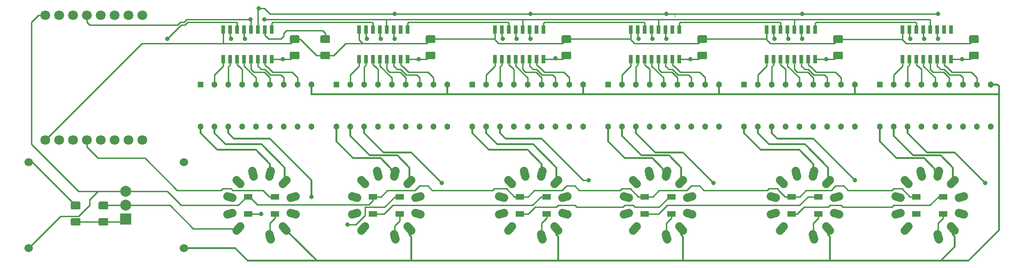
<source format=gbr>
G04 #@! TF.GenerationSoftware,KiCad,Pcbnew,(5.1.4)-1*
G04 #@! TF.CreationDate,2020-02-10T21:29:39-05:00*
G04 #@! TF.ProjectId,xmas,786d6173-2e6b-4696-9361-645f70636258,rev?*
G04 #@! TF.SameCoordinates,Original*
G04 #@! TF.FileFunction,Copper,L1,Top*
G04 #@! TF.FilePolarity,Positive*
%FSLAX46Y46*%
G04 Gerber Fmt 4.6, Leading zero omitted, Abs format (unit mm)*
G04 Created by KiCad (PCBNEW (5.1.4)-1) date 2020-02-10 21:29:39*
%MOMM*%
%LPD*%
G04 APERTURE LIST*
%ADD10R,0.650000X1.525000*%
%ADD11C,1.524000*%
%ADD12C,1.524000*%
%ADD13C,1.800000*%
%ADD14C,0.100000*%
%ADD15C,1.425000*%
%ADD16R,1.500000X1.000000*%
%ADD17C,1.133000*%
%ADD18R,1.133000X1.133000*%
%ADD19R,2.000000X2.000000*%
%ADD20C,2.000000*%
%ADD21C,0.800000*%
%ADD22C,0.250000*%
%ADD23C,0.300000*%
G04 APERTURE END LIST*
D10*
X80391000Y-64688000D03*
X81661000Y-64688000D03*
X82931000Y-64688000D03*
X84201000Y-64688000D03*
X85471000Y-64688000D03*
X86741000Y-64688000D03*
X88011000Y-64688000D03*
X89281000Y-64688000D03*
X89281000Y-59264000D03*
X88011000Y-59264000D03*
X86741000Y-59264000D03*
X85471000Y-59264000D03*
X84201000Y-59264000D03*
X82931000Y-59264000D03*
X81661000Y-59264000D03*
X80391000Y-59264000D03*
D11*
X136680914Y-97235555D03*
D12*
X136807218Y-97706927D02*
X136554610Y-96764183D01*
D11*
X139370640Y-95682641D03*
D12*
X139715708Y-96027709D02*
X139025572Y-95337573D01*
D11*
X140923555Y-92992915D03*
D12*
X141394927Y-93119219D02*
X140452183Y-92866611D01*
D11*
X140923555Y-89887086D03*
D12*
X141394927Y-89760782D02*
X140452183Y-90013390D01*
D11*
X139370641Y-87197360D03*
D12*
X139715709Y-86852292D02*
X139025573Y-87542428D01*
D11*
X136680915Y-85644445D03*
D12*
X136807219Y-85173073D02*
X136554611Y-86115817D01*
D11*
X133575086Y-85644445D03*
D12*
X133448782Y-85173073D02*
X133701390Y-86115817D01*
D11*
X130885360Y-87197359D03*
D12*
X130540292Y-86852291D02*
X131230428Y-87542427D01*
D11*
X129332445Y-89887085D03*
D12*
X128861073Y-89760781D02*
X129803817Y-90013389D01*
D11*
X129332445Y-92992914D03*
D12*
X128861073Y-93119218D02*
X129803817Y-92866610D01*
D11*
X130885359Y-95682640D03*
D12*
X130540291Y-96027708D02*
X131230427Y-95337572D01*
D11*
X163604914Y-97235555D03*
D12*
X163731218Y-97706927D02*
X163478610Y-96764183D01*
D11*
X166294640Y-95682641D03*
D12*
X166639708Y-96027709D02*
X165949572Y-95337573D01*
D11*
X167847555Y-92992915D03*
D12*
X168318927Y-93119219D02*
X167376183Y-92866611D01*
D11*
X167847555Y-89887086D03*
D12*
X168318927Y-89760782D02*
X167376183Y-90013390D01*
D11*
X166294641Y-87197360D03*
D12*
X166639709Y-86852292D02*
X165949573Y-87542428D01*
D11*
X163604915Y-85644445D03*
D12*
X163731219Y-85173073D02*
X163478611Y-86115817D01*
D11*
X160499086Y-85644445D03*
D12*
X160372782Y-85173073D02*
X160625390Y-86115817D01*
D11*
X157809360Y-87197359D03*
D12*
X157464292Y-86852291D02*
X158154428Y-87542427D01*
D11*
X156256445Y-89887085D03*
D12*
X155785073Y-89760781D02*
X156727817Y-90013389D01*
D11*
X156256445Y-92992914D03*
D12*
X155785073Y-93119218D02*
X156727817Y-92866610D01*
D11*
X157809359Y-95682640D03*
D12*
X157464291Y-96027708D02*
X158154427Y-95337572D01*
D13*
X40640000Y-56642000D03*
X38100000Y-56642000D03*
X35560000Y-56642000D03*
X33020000Y-56642000D03*
X30480000Y-56642000D03*
X27940000Y-56642000D03*
X25400000Y-56642000D03*
X22860000Y-56642000D03*
X22860000Y-79502000D03*
X25400000Y-79502000D03*
X27940000Y-79502000D03*
X30480000Y-79502000D03*
X33020000Y-79502000D03*
X35560000Y-79502000D03*
X38100000Y-79502000D03*
X40640000Y-79502000D03*
D11*
X186464914Y-97235555D03*
D12*
X186591218Y-97706927D02*
X186338610Y-96764183D01*
D11*
X189154640Y-95682641D03*
D12*
X189499708Y-96027709D02*
X188809572Y-95337573D01*
D11*
X190707555Y-92992915D03*
D12*
X191178927Y-93119219D02*
X190236183Y-92866611D01*
D11*
X190707555Y-89887086D03*
D12*
X191178927Y-89760782D02*
X190236183Y-90013390D01*
D11*
X189154641Y-87197360D03*
D12*
X189499709Y-86852292D02*
X188809573Y-87542428D01*
D11*
X186464915Y-85644445D03*
D12*
X186591219Y-85173073D02*
X186338611Y-86115817D01*
D11*
X183359086Y-85644445D03*
D12*
X183232782Y-85173073D02*
X183485390Y-86115817D01*
D11*
X180669360Y-87197359D03*
D12*
X180324292Y-86852291D02*
X181014428Y-87542427D01*
D11*
X179116445Y-89887085D03*
D12*
X178645073Y-89760781D02*
X179587817Y-90013389D01*
D11*
X179116445Y-92992914D03*
D12*
X178645073Y-93119218D02*
X179587817Y-92866610D01*
D11*
X180669359Y-95682640D03*
D12*
X180324291Y-96027708D02*
X181014427Y-95337572D01*
D11*
X113820914Y-97235555D03*
D12*
X113947218Y-97706927D02*
X113694610Y-96764183D01*
D11*
X116510640Y-95682641D03*
D12*
X116855708Y-96027709D02*
X116165572Y-95337573D01*
D11*
X118063555Y-92992915D03*
D12*
X118534927Y-93119219D02*
X117592183Y-92866611D01*
D11*
X118063555Y-89887086D03*
D12*
X118534927Y-89760782D02*
X117592183Y-90013390D01*
D11*
X116510641Y-87197360D03*
D12*
X116855709Y-86852292D02*
X116165573Y-87542428D01*
D11*
X113820915Y-85644445D03*
D12*
X113947219Y-85173073D02*
X113694611Y-86115817D01*
D11*
X110715086Y-85644445D03*
D12*
X110588782Y-85173073D02*
X110841390Y-86115817D01*
D11*
X108025360Y-87197359D03*
D12*
X107680292Y-86852291D02*
X108370428Y-87542427D01*
D11*
X106472445Y-89887085D03*
D12*
X106001073Y-89760781D02*
X106943817Y-90013389D01*
D11*
X106472445Y-92992914D03*
D12*
X106001073Y-93119218D02*
X106943817Y-92866610D01*
D11*
X108025359Y-95682640D03*
D12*
X107680291Y-96027708D02*
X108370427Y-95337572D01*
D11*
X86896914Y-97235555D03*
D12*
X87023218Y-97706927D02*
X86770610Y-96764183D01*
D11*
X89586640Y-95682641D03*
D12*
X89931708Y-96027709D02*
X89241572Y-95337573D01*
D11*
X91139555Y-92992915D03*
D12*
X91610927Y-93119219D02*
X90668183Y-92866611D01*
D11*
X91139555Y-89887086D03*
D12*
X91610927Y-89760782D02*
X90668183Y-90013390D01*
D11*
X89586641Y-87197360D03*
D12*
X89931709Y-86852292D02*
X89241573Y-87542428D01*
D11*
X86896915Y-85644445D03*
D12*
X87023219Y-85173073D02*
X86770611Y-86115817D01*
D11*
X83791086Y-85644445D03*
D12*
X83664782Y-85173073D02*
X83917390Y-86115817D01*
D11*
X81101360Y-87197359D03*
D12*
X80756292Y-86852291D02*
X81446428Y-87542427D01*
D11*
X79548445Y-89887085D03*
D12*
X79077073Y-89760781D02*
X80019817Y-90013389D01*
D11*
X79548445Y-92992914D03*
D12*
X79077073Y-93119218D02*
X80019817Y-92866610D01*
D11*
X81101359Y-95682640D03*
D12*
X80756291Y-96027708D02*
X81446427Y-95337572D01*
D11*
X64036914Y-97235555D03*
D12*
X64163218Y-97706927D02*
X63910610Y-96764183D01*
D11*
X66726640Y-95682641D03*
D12*
X67071708Y-96027709D02*
X66381572Y-95337573D01*
D11*
X68279555Y-92992915D03*
D12*
X68750927Y-93119219D02*
X67808183Y-92866611D01*
D11*
X68279555Y-89887086D03*
D12*
X68750927Y-89760782D02*
X67808183Y-90013390D01*
D11*
X66726641Y-87197360D03*
D12*
X67071709Y-86852292D02*
X66381573Y-87542428D01*
D11*
X64036915Y-85644445D03*
D12*
X64163219Y-85173073D02*
X63910611Y-86115817D01*
D11*
X60931086Y-85644445D03*
D12*
X60804782Y-85173073D02*
X61057390Y-86115817D01*
D11*
X58241360Y-87197359D03*
D12*
X57896292Y-86852291D02*
X58586428Y-87542427D01*
D11*
X56688445Y-89887085D03*
D12*
X56217073Y-89760781D02*
X57159817Y-90013389D01*
D11*
X56688445Y-92992914D03*
D12*
X56217073Y-93119218D02*
X57159817Y-92866610D01*
D11*
X58241359Y-95682640D03*
D12*
X57896291Y-96027708D02*
X58586427Y-95337572D01*
D14*
G36*
X69229504Y-63260204D02*
G01*
X69253773Y-63263804D01*
X69277571Y-63269765D01*
X69300671Y-63278030D01*
X69322849Y-63288520D01*
X69343893Y-63301133D01*
X69363598Y-63315747D01*
X69381777Y-63332223D01*
X69398253Y-63350402D01*
X69412867Y-63370107D01*
X69425480Y-63391151D01*
X69435970Y-63413329D01*
X69444235Y-63436429D01*
X69450196Y-63460227D01*
X69453796Y-63484496D01*
X69455000Y-63509000D01*
X69455000Y-64434000D01*
X69453796Y-64458504D01*
X69450196Y-64482773D01*
X69444235Y-64506571D01*
X69435970Y-64529671D01*
X69425480Y-64551849D01*
X69412867Y-64572893D01*
X69398253Y-64592598D01*
X69381777Y-64610777D01*
X69363598Y-64627253D01*
X69343893Y-64641867D01*
X69322849Y-64654480D01*
X69300671Y-64664970D01*
X69277571Y-64673235D01*
X69253773Y-64679196D01*
X69229504Y-64682796D01*
X69205000Y-64684000D01*
X67955000Y-64684000D01*
X67930496Y-64682796D01*
X67906227Y-64679196D01*
X67882429Y-64673235D01*
X67859329Y-64664970D01*
X67837151Y-64654480D01*
X67816107Y-64641867D01*
X67796402Y-64627253D01*
X67778223Y-64610777D01*
X67761747Y-64592598D01*
X67747133Y-64572893D01*
X67734520Y-64551849D01*
X67724030Y-64529671D01*
X67715765Y-64506571D01*
X67709804Y-64482773D01*
X67706204Y-64458504D01*
X67705000Y-64434000D01*
X67705000Y-63509000D01*
X67706204Y-63484496D01*
X67709804Y-63460227D01*
X67715765Y-63436429D01*
X67724030Y-63413329D01*
X67734520Y-63391151D01*
X67747133Y-63370107D01*
X67761747Y-63350402D01*
X67778223Y-63332223D01*
X67796402Y-63315747D01*
X67816107Y-63301133D01*
X67837151Y-63288520D01*
X67859329Y-63278030D01*
X67882429Y-63269765D01*
X67906227Y-63263804D01*
X67930496Y-63260204D01*
X67955000Y-63259000D01*
X69205000Y-63259000D01*
X69229504Y-63260204D01*
X69229504Y-63260204D01*
G37*
D15*
X68580000Y-63971500D03*
D14*
G36*
X69229504Y-60285204D02*
G01*
X69253773Y-60288804D01*
X69277571Y-60294765D01*
X69300671Y-60303030D01*
X69322849Y-60313520D01*
X69343893Y-60326133D01*
X69363598Y-60340747D01*
X69381777Y-60357223D01*
X69398253Y-60375402D01*
X69412867Y-60395107D01*
X69425480Y-60416151D01*
X69435970Y-60438329D01*
X69444235Y-60461429D01*
X69450196Y-60485227D01*
X69453796Y-60509496D01*
X69455000Y-60534000D01*
X69455000Y-61459000D01*
X69453796Y-61483504D01*
X69450196Y-61507773D01*
X69444235Y-61531571D01*
X69435970Y-61554671D01*
X69425480Y-61576849D01*
X69412867Y-61597893D01*
X69398253Y-61617598D01*
X69381777Y-61635777D01*
X69363598Y-61652253D01*
X69343893Y-61666867D01*
X69322849Y-61679480D01*
X69300671Y-61689970D01*
X69277571Y-61698235D01*
X69253773Y-61704196D01*
X69229504Y-61707796D01*
X69205000Y-61709000D01*
X67955000Y-61709000D01*
X67930496Y-61707796D01*
X67906227Y-61704196D01*
X67882429Y-61698235D01*
X67859329Y-61689970D01*
X67837151Y-61679480D01*
X67816107Y-61666867D01*
X67796402Y-61652253D01*
X67778223Y-61635777D01*
X67761747Y-61617598D01*
X67747133Y-61597893D01*
X67734520Y-61576849D01*
X67724030Y-61554671D01*
X67715765Y-61531571D01*
X67709804Y-61507773D01*
X67706204Y-61483504D01*
X67705000Y-61459000D01*
X67705000Y-60534000D01*
X67706204Y-60509496D01*
X67709804Y-60485227D01*
X67715765Y-60461429D01*
X67724030Y-60438329D01*
X67734520Y-60416151D01*
X67747133Y-60395107D01*
X67761747Y-60375402D01*
X67778223Y-60357223D01*
X67796402Y-60340747D01*
X67816107Y-60326133D01*
X67837151Y-60313520D01*
X67859329Y-60303030D01*
X67882429Y-60294765D01*
X67906227Y-60288804D01*
X67930496Y-60285204D01*
X67955000Y-60284000D01*
X69205000Y-60284000D01*
X69229504Y-60285204D01*
X69229504Y-60285204D01*
G37*
D15*
X68580000Y-60996500D03*
D14*
G36*
X94121504Y-60285204D02*
G01*
X94145773Y-60288804D01*
X94169571Y-60294765D01*
X94192671Y-60303030D01*
X94214849Y-60313520D01*
X94235893Y-60326133D01*
X94255598Y-60340747D01*
X94273777Y-60357223D01*
X94290253Y-60375402D01*
X94304867Y-60395107D01*
X94317480Y-60416151D01*
X94327970Y-60438329D01*
X94336235Y-60461429D01*
X94342196Y-60485227D01*
X94345796Y-60509496D01*
X94347000Y-60534000D01*
X94347000Y-61459000D01*
X94345796Y-61483504D01*
X94342196Y-61507773D01*
X94336235Y-61531571D01*
X94327970Y-61554671D01*
X94317480Y-61576849D01*
X94304867Y-61597893D01*
X94290253Y-61617598D01*
X94273777Y-61635777D01*
X94255598Y-61652253D01*
X94235893Y-61666867D01*
X94214849Y-61679480D01*
X94192671Y-61689970D01*
X94169571Y-61698235D01*
X94145773Y-61704196D01*
X94121504Y-61707796D01*
X94097000Y-61709000D01*
X92847000Y-61709000D01*
X92822496Y-61707796D01*
X92798227Y-61704196D01*
X92774429Y-61698235D01*
X92751329Y-61689970D01*
X92729151Y-61679480D01*
X92708107Y-61666867D01*
X92688402Y-61652253D01*
X92670223Y-61635777D01*
X92653747Y-61617598D01*
X92639133Y-61597893D01*
X92626520Y-61576849D01*
X92616030Y-61554671D01*
X92607765Y-61531571D01*
X92601804Y-61507773D01*
X92598204Y-61483504D01*
X92597000Y-61459000D01*
X92597000Y-60534000D01*
X92598204Y-60509496D01*
X92601804Y-60485227D01*
X92607765Y-60461429D01*
X92616030Y-60438329D01*
X92626520Y-60416151D01*
X92639133Y-60395107D01*
X92653747Y-60375402D01*
X92670223Y-60357223D01*
X92688402Y-60340747D01*
X92708107Y-60326133D01*
X92729151Y-60313520D01*
X92751329Y-60303030D01*
X92774429Y-60294765D01*
X92798227Y-60288804D01*
X92822496Y-60285204D01*
X92847000Y-60284000D01*
X94097000Y-60284000D01*
X94121504Y-60285204D01*
X94121504Y-60285204D01*
G37*
D15*
X93472000Y-60996500D03*
D14*
G36*
X94121504Y-63260204D02*
G01*
X94145773Y-63263804D01*
X94169571Y-63269765D01*
X94192671Y-63278030D01*
X94214849Y-63288520D01*
X94235893Y-63301133D01*
X94255598Y-63315747D01*
X94273777Y-63332223D01*
X94290253Y-63350402D01*
X94304867Y-63370107D01*
X94317480Y-63391151D01*
X94327970Y-63413329D01*
X94336235Y-63436429D01*
X94342196Y-63460227D01*
X94345796Y-63484496D01*
X94347000Y-63509000D01*
X94347000Y-64434000D01*
X94345796Y-64458504D01*
X94342196Y-64482773D01*
X94336235Y-64506571D01*
X94327970Y-64529671D01*
X94317480Y-64551849D01*
X94304867Y-64572893D01*
X94290253Y-64592598D01*
X94273777Y-64610777D01*
X94255598Y-64627253D01*
X94235893Y-64641867D01*
X94214849Y-64654480D01*
X94192671Y-64664970D01*
X94169571Y-64673235D01*
X94145773Y-64679196D01*
X94121504Y-64682796D01*
X94097000Y-64684000D01*
X92847000Y-64684000D01*
X92822496Y-64682796D01*
X92798227Y-64679196D01*
X92774429Y-64673235D01*
X92751329Y-64664970D01*
X92729151Y-64654480D01*
X92708107Y-64641867D01*
X92688402Y-64627253D01*
X92670223Y-64610777D01*
X92653747Y-64592598D01*
X92639133Y-64572893D01*
X92626520Y-64551849D01*
X92616030Y-64529671D01*
X92607765Y-64506571D01*
X92601804Y-64482773D01*
X92598204Y-64458504D01*
X92597000Y-64434000D01*
X92597000Y-63509000D01*
X92598204Y-63484496D01*
X92601804Y-63460227D01*
X92607765Y-63436429D01*
X92616030Y-63413329D01*
X92626520Y-63391151D01*
X92639133Y-63370107D01*
X92653747Y-63350402D01*
X92670223Y-63332223D01*
X92688402Y-63315747D01*
X92708107Y-63301133D01*
X92729151Y-63288520D01*
X92751329Y-63278030D01*
X92774429Y-63269765D01*
X92798227Y-63263804D01*
X92822496Y-63260204D01*
X92847000Y-63259000D01*
X94097000Y-63259000D01*
X94121504Y-63260204D01*
X94121504Y-63260204D01*
G37*
D15*
X93472000Y-63971500D03*
D14*
G36*
X119013504Y-63260204D02*
G01*
X119037773Y-63263804D01*
X119061571Y-63269765D01*
X119084671Y-63278030D01*
X119106849Y-63288520D01*
X119127893Y-63301133D01*
X119147598Y-63315747D01*
X119165777Y-63332223D01*
X119182253Y-63350402D01*
X119196867Y-63370107D01*
X119209480Y-63391151D01*
X119219970Y-63413329D01*
X119228235Y-63436429D01*
X119234196Y-63460227D01*
X119237796Y-63484496D01*
X119239000Y-63509000D01*
X119239000Y-64434000D01*
X119237796Y-64458504D01*
X119234196Y-64482773D01*
X119228235Y-64506571D01*
X119219970Y-64529671D01*
X119209480Y-64551849D01*
X119196867Y-64572893D01*
X119182253Y-64592598D01*
X119165777Y-64610777D01*
X119147598Y-64627253D01*
X119127893Y-64641867D01*
X119106849Y-64654480D01*
X119084671Y-64664970D01*
X119061571Y-64673235D01*
X119037773Y-64679196D01*
X119013504Y-64682796D01*
X118989000Y-64684000D01*
X117739000Y-64684000D01*
X117714496Y-64682796D01*
X117690227Y-64679196D01*
X117666429Y-64673235D01*
X117643329Y-64664970D01*
X117621151Y-64654480D01*
X117600107Y-64641867D01*
X117580402Y-64627253D01*
X117562223Y-64610777D01*
X117545747Y-64592598D01*
X117531133Y-64572893D01*
X117518520Y-64551849D01*
X117508030Y-64529671D01*
X117499765Y-64506571D01*
X117493804Y-64482773D01*
X117490204Y-64458504D01*
X117489000Y-64434000D01*
X117489000Y-63509000D01*
X117490204Y-63484496D01*
X117493804Y-63460227D01*
X117499765Y-63436429D01*
X117508030Y-63413329D01*
X117518520Y-63391151D01*
X117531133Y-63370107D01*
X117545747Y-63350402D01*
X117562223Y-63332223D01*
X117580402Y-63315747D01*
X117600107Y-63301133D01*
X117621151Y-63288520D01*
X117643329Y-63278030D01*
X117666429Y-63269765D01*
X117690227Y-63263804D01*
X117714496Y-63260204D01*
X117739000Y-63259000D01*
X118989000Y-63259000D01*
X119013504Y-63260204D01*
X119013504Y-63260204D01*
G37*
D15*
X118364000Y-63971500D03*
D14*
G36*
X119013504Y-60285204D02*
G01*
X119037773Y-60288804D01*
X119061571Y-60294765D01*
X119084671Y-60303030D01*
X119106849Y-60313520D01*
X119127893Y-60326133D01*
X119147598Y-60340747D01*
X119165777Y-60357223D01*
X119182253Y-60375402D01*
X119196867Y-60395107D01*
X119209480Y-60416151D01*
X119219970Y-60438329D01*
X119228235Y-60461429D01*
X119234196Y-60485227D01*
X119237796Y-60509496D01*
X119239000Y-60534000D01*
X119239000Y-61459000D01*
X119237796Y-61483504D01*
X119234196Y-61507773D01*
X119228235Y-61531571D01*
X119219970Y-61554671D01*
X119209480Y-61576849D01*
X119196867Y-61597893D01*
X119182253Y-61617598D01*
X119165777Y-61635777D01*
X119147598Y-61652253D01*
X119127893Y-61666867D01*
X119106849Y-61679480D01*
X119084671Y-61689970D01*
X119061571Y-61698235D01*
X119037773Y-61704196D01*
X119013504Y-61707796D01*
X118989000Y-61709000D01*
X117739000Y-61709000D01*
X117714496Y-61707796D01*
X117690227Y-61704196D01*
X117666429Y-61698235D01*
X117643329Y-61689970D01*
X117621151Y-61679480D01*
X117600107Y-61666867D01*
X117580402Y-61652253D01*
X117562223Y-61635777D01*
X117545747Y-61617598D01*
X117531133Y-61597893D01*
X117518520Y-61576849D01*
X117508030Y-61554671D01*
X117499765Y-61531571D01*
X117493804Y-61507773D01*
X117490204Y-61483504D01*
X117489000Y-61459000D01*
X117489000Y-60534000D01*
X117490204Y-60509496D01*
X117493804Y-60485227D01*
X117499765Y-60461429D01*
X117508030Y-60438329D01*
X117518520Y-60416151D01*
X117531133Y-60395107D01*
X117545747Y-60375402D01*
X117562223Y-60357223D01*
X117580402Y-60340747D01*
X117600107Y-60326133D01*
X117621151Y-60313520D01*
X117643329Y-60303030D01*
X117666429Y-60294765D01*
X117690227Y-60288804D01*
X117714496Y-60285204D01*
X117739000Y-60284000D01*
X118989000Y-60284000D01*
X119013504Y-60285204D01*
X119013504Y-60285204D01*
G37*
D15*
X118364000Y-60996500D03*
D14*
G36*
X143905504Y-60285204D02*
G01*
X143929773Y-60288804D01*
X143953571Y-60294765D01*
X143976671Y-60303030D01*
X143998849Y-60313520D01*
X144019893Y-60326133D01*
X144039598Y-60340747D01*
X144057777Y-60357223D01*
X144074253Y-60375402D01*
X144088867Y-60395107D01*
X144101480Y-60416151D01*
X144111970Y-60438329D01*
X144120235Y-60461429D01*
X144126196Y-60485227D01*
X144129796Y-60509496D01*
X144131000Y-60534000D01*
X144131000Y-61459000D01*
X144129796Y-61483504D01*
X144126196Y-61507773D01*
X144120235Y-61531571D01*
X144111970Y-61554671D01*
X144101480Y-61576849D01*
X144088867Y-61597893D01*
X144074253Y-61617598D01*
X144057777Y-61635777D01*
X144039598Y-61652253D01*
X144019893Y-61666867D01*
X143998849Y-61679480D01*
X143976671Y-61689970D01*
X143953571Y-61698235D01*
X143929773Y-61704196D01*
X143905504Y-61707796D01*
X143881000Y-61709000D01*
X142631000Y-61709000D01*
X142606496Y-61707796D01*
X142582227Y-61704196D01*
X142558429Y-61698235D01*
X142535329Y-61689970D01*
X142513151Y-61679480D01*
X142492107Y-61666867D01*
X142472402Y-61652253D01*
X142454223Y-61635777D01*
X142437747Y-61617598D01*
X142423133Y-61597893D01*
X142410520Y-61576849D01*
X142400030Y-61554671D01*
X142391765Y-61531571D01*
X142385804Y-61507773D01*
X142382204Y-61483504D01*
X142381000Y-61459000D01*
X142381000Y-60534000D01*
X142382204Y-60509496D01*
X142385804Y-60485227D01*
X142391765Y-60461429D01*
X142400030Y-60438329D01*
X142410520Y-60416151D01*
X142423133Y-60395107D01*
X142437747Y-60375402D01*
X142454223Y-60357223D01*
X142472402Y-60340747D01*
X142492107Y-60326133D01*
X142513151Y-60313520D01*
X142535329Y-60303030D01*
X142558429Y-60294765D01*
X142582227Y-60288804D01*
X142606496Y-60285204D01*
X142631000Y-60284000D01*
X143881000Y-60284000D01*
X143905504Y-60285204D01*
X143905504Y-60285204D01*
G37*
D15*
X143256000Y-60996500D03*
D14*
G36*
X143905504Y-63260204D02*
G01*
X143929773Y-63263804D01*
X143953571Y-63269765D01*
X143976671Y-63278030D01*
X143998849Y-63288520D01*
X144019893Y-63301133D01*
X144039598Y-63315747D01*
X144057777Y-63332223D01*
X144074253Y-63350402D01*
X144088867Y-63370107D01*
X144101480Y-63391151D01*
X144111970Y-63413329D01*
X144120235Y-63436429D01*
X144126196Y-63460227D01*
X144129796Y-63484496D01*
X144131000Y-63509000D01*
X144131000Y-64434000D01*
X144129796Y-64458504D01*
X144126196Y-64482773D01*
X144120235Y-64506571D01*
X144111970Y-64529671D01*
X144101480Y-64551849D01*
X144088867Y-64572893D01*
X144074253Y-64592598D01*
X144057777Y-64610777D01*
X144039598Y-64627253D01*
X144019893Y-64641867D01*
X143998849Y-64654480D01*
X143976671Y-64664970D01*
X143953571Y-64673235D01*
X143929773Y-64679196D01*
X143905504Y-64682796D01*
X143881000Y-64684000D01*
X142631000Y-64684000D01*
X142606496Y-64682796D01*
X142582227Y-64679196D01*
X142558429Y-64673235D01*
X142535329Y-64664970D01*
X142513151Y-64654480D01*
X142492107Y-64641867D01*
X142472402Y-64627253D01*
X142454223Y-64610777D01*
X142437747Y-64592598D01*
X142423133Y-64572893D01*
X142410520Y-64551849D01*
X142400030Y-64529671D01*
X142391765Y-64506571D01*
X142385804Y-64482773D01*
X142382204Y-64458504D01*
X142381000Y-64434000D01*
X142381000Y-63509000D01*
X142382204Y-63484496D01*
X142385804Y-63460227D01*
X142391765Y-63436429D01*
X142400030Y-63413329D01*
X142410520Y-63391151D01*
X142423133Y-63370107D01*
X142437747Y-63350402D01*
X142454223Y-63332223D01*
X142472402Y-63315747D01*
X142492107Y-63301133D01*
X142513151Y-63288520D01*
X142535329Y-63278030D01*
X142558429Y-63269765D01*
X142582227Y-63263804D01*
X142606496Y-63260204D01*
X142631000Y-63259000D01*
X143881000Y-63259000D01*
X143905504Y-63260204D01*
X143905504Y-63260204D01*
G37*
D15*
X143256000Y-63971500D03*
D14*
G36*
X168797504Y-63260204D02*
G01*
X168821773Y-63263804D01*
X168845571Y-63269765D01*
X168868671Y-63278030D01*
X168890849Y-63288520D01*
X168911893Y-63301133D01*
X168931598Y-63315747D01*
X168949777Y-63332223D01*
X168966253Y-63350402D01*
X168980867Y-63370107D01*
X168993480Y-63391151D01*
X169003970Y-63413329D01*
X169012235Y-63436429D01*
X169018196Y-63460227D01*
X169021796Y-63484496D01*
X169023000Y-63509000D01*
X169023000Y-64434000D01*
X169021796Y-64458504D01*
X169018196Y-64482773D01*
X169012235Y-64506571D01*
X169003970Y-64529671D01*
X168993480Y-64551849D01*
X168980867Y-64572893D01*
X168966253Y-64592598D01*
X168949777Y-64610777D01*
X168931598Y-64627253D01*
X168911893Y-64641867D01*
X168890849Y-64654480D01*
X168868671Y-64664970D01*
X168845571Y-64673235D01*
X168821773Y-64679196D01*
X168797504Y-64682796D01*
X168773000Y-64684000D01*
X167523000Y-64684000D01*
X167498496Y-64682796D01*
X167474227Y-64679196D01*
X167450429Y-64673235D01*
X167427329Y-64664970D01*
X167405151Y-64654480D01*
X167384107Y-64641867D01*
X167364402Y-64627253D01*
X167346223Y-64610777D01*
X167329747Y-64592598D01*
X167315133Y-64572893D01*
X167302520Y-64551849D01*
X167292030Y-64529671D01*
X167283765Y-64506571D01*
X167277804Y-64482773D01*
X167274204Y-64458504D01*
X167273000Y-64434000D01*
X167273000Y-63509000D01*
X167274204Y-63484496D01*
X167277804Y-63460227D01*
X167283765Y-63436429D01*
X167292030Y-63413329D01*
X167302520Y-63391151D01*
X167315133Y-63370107D01*
X167329747Y-63350402D01*
X167346223Y-63332223D01*
X167364402Y-63315747D01*
X167384107Y-63301133D01*
X167405151Y-63288520D01*
X167427329Y-63278030D01*
X167450429Y-63269765D01*
X167474227Y-63263804D01*
X167498496Y-63260204D01*
X167523000Y-63259000D01*
X168773000Y-63259000D01*
X168797504Y-63260204D01*
X168797504Y-63260204D01*
G37*
D15*
X168148000Y-63971500D03*
D14*
G36*
X168797504Y-60285204D02*
G01*
X168821773Y-60288804D01*
X168845571Y-60294765D01*
X168868671Y-60303030D01*
X168890849Y-60313520D01*
X168911893Y-60326133D01*
X168931598Y-60340747D01*
X168949777Y-60357223D01*
X168966253Y-60375402D01*
X168980867Y-60395107D01*
X168993480Y-60416151D01*
X169003970Y-60438329D01*
X169012235Y-60461429D01*
X169018196Y-60485227D01*
X169021796Y-60509496D01*
X169023000Y-60534000D01*
X169023000Y-61459000D01*
X169021796Y-61483504D01*
X169018196Y-61507773D01*
X169012235Y-61531571D01*
X169003970Y-61554671D01*
X168993480Y-61576849D01*
X168980867Y-61597893D01*
X168966253Y-61617598D01*
X168949777Y-61635777D01*
X168931598Y-61652253D01*
X168911893Y-61666867D01*
X168890849Y-61679480D01*
X168868671Y-61689970D01*
X168845571Y-61698235D01*
X168821773Y-61704196D01*
X168797504Y-61707796D01*
X168773000Y-61709000D01*
X167523000Y-61709000D01*
X167498496Y-61707796D01*
X167474227Y-61704196D01*
X167450429Y-61698235D01*
X167427329Y-61689970D01*
X167405151Y-61679480D01*
X167384107Y-61666867D01*
X167364402Y-61652253D01*
X167346223Y-61635777D01*
X167329747Y-61617598D01*
X167315133Y-61597893D01*
X167302520Y-61576849D01*
X167292030Y-61554671D01*
X167283765Y-61531571D01*
X167277804Y-61507773D01*
X167274204Y-61483504D01*
X167273000Y-61459000D01*
X167273000Y-60534000D01*
X167274204Y-60509496D01*
X167277804Y-60485227D01*
X167283765Y-60461429D01*
X167292030Y-60438329D01*
X167302520Y-60416151D01*
X167315133Y-60395107D01*
X167329747Y-60375402D01*
X167346223Y-60357223D01*
X167364402Y-60340747D01*
X167384107Y-60326133D01*
X167405151Y-60313520D01*
X167427329Y-60303030D01*
X167450429Y-60294765D01*
X167474227Y-60288804D01*
X167498496Y-60285204D01*
X167523000Y-60284000D01*
X168773000Y-60284000D01*
X168797504Y-60285204D01*
X168797504Y-60285204D01*
G37*
D15*
X168148000Y-60996500D03*
D14*
G36*
X193689504Y-60285204D02*
G01*
X193713773Y-60288804D01*
X193737571Y-60294765D01*
X193760671Y-60303030D01*
X193782849Y-60313520D01*
X193803893Y-60326133D01*
X193823598Y-60340747D01*
X193841777Y-60357223D01*
X193858253Y-60375402D01*
X193872867Y-60395107D01*
X193885480Y-60416151D01*
X193895970Y-60438329D01*
X193904235Y-60461429D01*
X193910196Y-60485227D01*
X193913796Y-60509496D01*
X193915000Y-60534000D01*
X193915000Y-61459000D01*
X193913796Y-61483504D01*
X193910196Y-61507773D01*
X193904235Y-61531571D01*
X193895970Y-61554671D01*
X193885480Y-61576849D01*
X193872867Y-61597893D01*
X193858253Y-61617598D01*
X193841777Y-61635777D01*
X193823598Y-61652253D01*
X193803893Y-61666867D01*
X193782849Y-61679480D01*
X193760671Y-61689970D01*
X193737571Y-61698235D01*
X193713773Y-61704196D01*
X193689504Y-61707796D01*
X193665000Y-61709000D01*
X192415000Y-61709000D01*
X192390496Y-61707796D01*
X192366227Y-61704196D01*
X192342429Y-61698235D01*
X192319329Y-61689970D01*
X192297151Y-61679480D01*
X192276107Y-61666867D01*
X192256402Y-61652253D01*
X192238223Y-61635777D01*
X192221747Y-61617598D01*
X192207133Y-61597893D01*
X192194520Y-61576849D01*
X192184030Y-61554671D01*
X192175765Y-61531571D01*
X192169804Y-61507773D01*
X192166204Y-61483504D01*
X192165000Y-61459000D01*
X192165000Y-60534000D01*
X192166204Y-60509496D01*
X192169804Y-60485227D01*
X192175765Y-60461429D01*
X192184030Y-60438329D01*
X192194520Y-60416151D01*
X192207133Y-60395107D01*
X192221747Y-60375402D01*
X192238223Y-60357223D01*
X192256402Y-60340747D01*
X192276107Y-60326133D01*
X192297151Y-60313520D01*
X192319329Y-60303030D01*
X192342429Y-60294765D01*
X192366227Y-60288804D01*
X192390496Y-60285204D01*
X192415000Y-60284000D01*
X193665000Y-60284000D01*
X193689504Y-60285204D01*
X193689504Y-60285204D01*
G37*
D15*
X193040000Y-60996500D03*
D14*
G36*
X193689504Y-63260204D02*
G01*
X193713773Y-63263804D01*
X193737571Y-63269765D01*
X193760671Y-63278030D01*
X193782849Y-63288520D01*
X193803893Y-63301133D01*
X193823598Y-63315747D01*
X193841777Y-63332223D01*
X193858253Y-63350402D01*
X193872867Y-63370107D01*
X193885480Y-63391151D01*
X193895970Y-63413329D01*
X193904235Y-63436429D01*
X193910196Y-63460227D01*
X193913796Y-63484496D01*
X193915000Y-63509000D01*
X193915000Y-64434000D01*
X193913796Y-64458504D01*
X193910196Y-64482773D01*
X193904235Y-64506571D01*
X193895970Y-64529671D01*
X193885480Y-64551849D01*
X193872867Y-64572893D01*
X193858253Y-64592598D01*
X193841777Y-64610777D01*
X193823598Y-64627253D01*
X193803893Y-64641867D01*
X193782849Y-64654480D01*
X193760671Y-64664970D01*
X193737571Y-64673235D01*
X193713773Y-64679196D01*
X193689504Y-64682796D01*
X193665000Y-64684000D01*
X192415000Y-64684000D01*
X192390496Y-64682796D01*
X192366227Y-64679196D01*
X192342429Y-64673235D01*
X192319329Y-64664970D01*
X192297151Y-64654480D01*
X192276107Y-64641867D01*
X192256402Y-64627253D01*
X192238223Y-64610777D01*
X192221747Y-64592598D01*
X192207133Y-64572893D01*
X192194520Y-64551849D01*
X192184030Y-64529671D01*
X192175765Y-64506571D01*
X192169804Y-64482773D01*
X192166204Y-64458504D01*
X192165000Y-64434000D01*
X192165000Y-63509000D01*
X192166204Y-63484496D01*
X192169804Y-63460227D01*
X192175765Y-63436429D01*
X192184030Y-63413329D01*
X192194520Y-63391151D01*
X192207133Y-63370107D01*
X192221747Y-63350402D01*
X192238223Y-63332223D01*
X192256402Y-63315747D01*
X192276107Y-63301133D01*
X192297151Y-63288520D01*
X192319329Y-63278030D01*
X192342429Y-63269765D01*
X192366227Y-63263804D01*
X192390496Y-63260204D01*
X192415000Y-63259000D01*
X193665000Y-63259000D01*
X193689504Y-63260204D01*
X193689504Y-63260204D01*
G37*
D15*
X193040000Y-63971500D03*
D16*
X60034000Y-89840000D03*
X60034000Y-93040000D03*
X64934000Y-89840000D03*
X64934000Y-93040000D03*
X87794000Y-93040000D03*
X87794000Y-89840000D03*
X82894000Y-93040000D03*
X82894000Y-89840000D03*
X114718000Y-93040000D03*
X114718000Y-89840000D03*
X109818000Y-93040000D03*
X109818000Y-89840000D03*
X132678000Y-89840000D03*
X132678000Y-93040000D03*
X137578000Y-89840000D03*
X137578000Y-93040000D03*
X164502000Y-93040000D03*
X164502000Y-89840000D03*
X159602000Y-93040000D03*
X159602000Y-89840000D03*
X182462000Y-89840000D03*
X182462000Y-93040000D03*
X187362000Y-89840000D03*
X187362000Y-93040000D03*
D17*
X51308000Y-77018000D03*
X53848000Y-77018000D03*
X56388000Y-77018000D03*
X58928000Y-77018000D03*
X61468000Y-77018000D03*
X64008000Y-77018000D03*
X66548000Y-77018000D03*
X69088000Y-77018000D03*
X71628000Y-77018000D03*
X71628000Y-69286000D03*
X69088000Y-69286000D03*
X66548000Y-69286000D03*
X64008000Y-69286000D03*
X61468000Y-69286000D03*
X58928000Y-69286000D03*
X56388000Y-69286000D03*
X53848000Y-69286000D03*
D18*
X51308000Y-69286000D03*
D10*
X55499000Y-59264000D03*
X56769000Y-59264000D03*
X58039000Y-59264000D03*
X59309000Y-59264000D03*
X60579000Y-59264000D03*
X61849000Y-59264000D03*
X63119000Y-59264000D03*
X64389000Y-59264000D03*
X64389000Y-64688000D03*
X63119000Y-64688000D03*
X61849000Y-64688000D03*
X60579000Y-64688000D03*
X59309000Y-64688000D03*
X58039000Y-64688000D03*
X56769000Y-64688000D03*
X55499000Y-64688000D03*
D18*
X76200000Y-69286000D03*
D17*
X78740000Y-69286000D03*
X81280000Y-69286000D03*
X83820000Y-69286000D03*
X86360000Y-69286000D03*
X88900000Y-69286000D03*
X91440000Y-69286000D03*
X93980000Y-69286000D03*
X96520000Y-69286000D03*
X96520000Y-77018000D03*
X93980000Y-77018000D03*
X91440000Y-77018000D03*
X88900000Y-77018000D03*
X86360000Y-77018000D03*
X83820000Y-77018000D03*
X81280000Y-77018000D03*
X78740000Y-77018000D03*
X76200000Y-77018000D03*
D10*
X105283000Y-59264000D03*
X106553000Y-59264000D03*
X107823000Y-59264000D03*
X109093000Y-59264000D03*
X110363000Y-59264000D03*
X111633000Y-59264000D03*
X112903000Y-59264000D03*
X114173000Y-59264000D03*
X114173000Y-64688000D03*
X112903000Y-64688000D03*
X111633000Y-64688000D03*
X110363000Y-64688000D03*
X109093000Y-64688000D03*
X107823000Y-64688000D03*
X106553000Y-64688000D03*
X105283000Y-64688000D03*
X130175000Y-64688000D03*
X131445000Y-64688000D03*
X132715000Y-64688000D03*
X133985000Y-64688000D03*
X135255000Y-64688000D03*
X136525000Y-64688000D03*
X137795000Y-64688000D03*
X139065000Y-64688000D03*
X139065000Y-59264000D03*
X137795000Y-59264000D03*
X136525000Y-59264000D03*
X135255000Y-59264000D03*
X133985000Y-59264000D03*
X132715000Y-59264000D03*
X131445000Y-59264000D03*
X130175000Y-59264000D03*
D17*
X101092000Y-77018000D03*
X103632000Y-77018000D03*
X106172000Y-77018000D03*
X108712000Y-77018000D03*
X111252000Y-77018000D03*
X113792000Y-77018000D03*
X116332000Y-77018000D03*
X118872000Y-77018000D03*
X121412000Y-77018000D03*
X121412000Y-69286000D03*
X118872000Y-69286000D03*
X116332000Y-69286000D03*
X113792000Y-69286000D03*
X111252000Y-69286000D03*
X108712000Y-69286000D03*
X106172000Y-69286000D03*
X103632000Y-69286000D03*
D18*
X101092000Y-69286000D03*
X125984000Y-69286000D03*
D17*
X128524000Y-69286000D03*
X131064000Y-69286000D03*
X133604000Y-69286000D03*
X136144000Y-69286000D03*
X138684000Y-69286000D03*
X141224000Y-69286000D03*
X143764000Y-69286000D03*
X146304000Y-69286000D03*
X146304000Y-77018000D03*
X143764000Y-77018000D03*
X141224000Y-77018000D03*
X138684000Y-77018000D03*
X136144000Y-77018000D03*
X133604000Y-77018000D03*
X131064000Y-77018000D03*
X128524000Y-77018000D03*
X125984000Y-77018000D03*
D10*
X155067000Y-64688000D03*
X156337000Y-64688000D03*
X157607000Y-64688000D03*
X158877000Y-64688000D03*
X160147000Y-64688000D03*
X161417000Y-64688000D03*
X162687000Y-64688000D03*
X163957000Y-64688000D03*
X163957000Y-59264000D03*
X162687000Y-59264000D03*
X161417000Y-59264000D03*
X160147000Y-59264000D03*
X158877000Y-59264000D03*
X157607000Y-59264000D03*
X156337000Y-59264000D03*
X155067000Y-59264000D03*
X179959000Y-59264000D03*
X181229000Y-59264000D03*
X182499000Y-59264000D03*
X183769000Y-59264000D03*
X185039000Y-59264000D03*
X186309000Y-59264000D03*
X187579000Y-59264000D03*
X188849000Y-59264000D03*
X188849000Y-64688000D03*
X187579000Y-64688000D03*
X186309000Y-64688000D03*
X185039000Y-64688000D03*
X183769000Y-64688000D03*
X182499000Y-64688000D03*
X181229000Y-64688000D03*
X179959000Y-64688000D03*
D18*
X150876000Y-69286000D03*
D17*
X153416000Y-69286000D03*
X155956000Y-69286000D03*
X158496000Y-69286000D03*
X161036000Y-69286000D03*
X163576000Y-69286000D03*
X166116000Y-69286000D03*
X168656000Y-69286000D03*
X171196000Y-69286000D03*
X171196000Y-77018000D03*
X168656000Y-77018000D03*
X166116000Y-77018000D03*
X163576000Y-77018000D03*
X161036000Y-77018000D03*
X158496000Y-77018000D03*
X155956000Y-77018000D03*
X153416000Y-77018000D03*
X150876000Y-77018000D03*
X175768000Y-77018000D03*
X178308000Y-77018000D03*
X180848000Y-77018000D03*
X183388000Y-77018000D03*
X185928000Y-77018000D03*
X188468000Y-77018000D03*
X191008000Y-77018000D03*
X193548000Y-77018000D03*
X196088000Y-77018000D03*
X196088000Y-69286000D03*
X193548000Y-69286000D03*
X191008000Y-69286000D03*
X188468000Y-69286000D03*
X185928000Y-69286000D03*
X183388000Y-69286000D03*
X180848000Y-69286000D03*
X178308000Y-69286000D03*
D18*
X175768000Y-69286000D03*
D14*
G36*
X74817504Y-60285204D02*
G01*
X74841773Y-60288804D01*
X74865571Y-60294765D01*
X74888671Y-60303030D01*
X74910849Y-60313520D01*
X74931893Y-60326133D01*
X74951598Y-60340747D01*
X74969777Y-60357223D01*
X74986253Y-60375402D01*
X75000867Y-60395107D01*
X75013480Y-60416151D01*
X75023970Y-60438329D01*
X75032235Y-60461429D01*
X75038196Y-60485227D01*
X75041796Y-60509496D01*
X75043000Y-60534000D01*
X75043000Y-61459000D01*
X75041796Y-61483504D01*
X75038196Y-61507773D01*
X75032235Y-61531571D01*
X75023970Y-61554671D01*
X75013480Y-61576849D01*
X75000867Y-61597893D01*
X74986253Y-61617598D01*
X74969777Y-61635777D01*
X74951598Y-61652253D01*
X74931893Y-61666867D01*
X74910849Y-61679480D01*
X74888671Y-61689970D01*
X74865571Y-61698235D01*
X74841773Y-61704196D01*
X74817504Y-61707796D01*
X74793000Y-61709000D01*
X73543000Y-61709000D01*
X73518496Y-61707796D01*
X73494227Y-61704196D01*
X73470429Y-61698235D01*
X73447329Y-61689970D01*
X73425151Y-61679480D01*
X73404107Y-61666867D01*
X73384402Y-61652253D01*
X73366223Y-61635777D01*
X73349747Y-61617598D01*
X73335133Y-61597893D01*
X73322520Y-61576849D01*
X73312030Y-61554671D01*
X73303765Y-61531571D01*
X73297804Y-61507773D01*
X73294204Y-61483504D01*
X73293000Y-61459000D01*
X73293000Y-60534000D01*
X73294204Y-60509496D01*
X73297804Y-60485227D01*
X73303765Y-60461429D01*
X73312030Y-60438329D01*
X73322520Y-60416151D01*
X73335133Y-60395107D01*
X73349747Y-60375402D01*
X73366223Y-60357223D01*
X73384402Y-60340747D01*
X73404107Y-60326133D01*
X73425151Y-60313520D01*
X73447329Y-60303030D01*
X73470429Y-60294765D01*
X73494227Y-60288804D01*
X73518496Y-60285204D01*
X73543000Y-60284000D01*
X74793000Y-60284000D01*
X74817504Y-60285204D01*
X74817504Y-60285204D01*
G37*
D15*
X74168000Y-60996500D03*
D14*
G36*
X74817504Y-63260204D02*
G01*
X74841773Y-63263804D01*
X74865571Y-63269765D01*
X74888671Y-63278030D01*
X74910849Y-63288520D01*
X74931893Y-63301133D01*
X74951598Y-63315747D01*
X74969777Y-63332223D01*
X74986253Y-63350402D01*
X75000867Y-63370107D01*
X75013480Y-63391151D01*
X75023970Y-63413329D01*
X75032235Y-63436429D01*
X75038196Y-63460227D01*
X75041796Y-63484496D01*
X75043000Y-63509000D01*
X75043000Y-64434000D01*
X75041796Y-64458504D01*
X75038196Y-64482773D01*
X75032235Y-64506571D01*
X75023970Y-64529671D01*
X75013480Y-64551849D01*
X75000867Y-64572893D01*
X74986253Y-64592598D01*
X74969777Y-64610777D01*
X74951598Y-64627253D01*
X74931893Y-64641867D01*
X74910849Y-64654480D01*
X74888671Y-64664970D01*
X74865571Y-64673235D01*
X74841773Y-64679196D01*
X74817504Y-64682796D01*
X74793000Y-64684000D01*
X73543000Y-64684000D01*
X73518496Y-64682796D01*
X73494227Y-64679196D01*
X73470429Y-64673235D01*
X73447329Y-64664970D01*
X73425151Y-64654480D01*
X73404107Y-64641867D01*
X73384402Y-64627253D01*
X73366223Y-64610777D01*
X73349747Y-64592598D01*
X73335133Y-64572893D01*
X73322520Y-64551849D01*
X73312030Y-64529671D01*
X73303765Y-64506571D01*
X73297804Y-64482773D01*
X73294204Y-64458504D01*
X73293000Y-64434000D01*
X73293000Y-63509000D01*
X73294204Y-63484496D01*
X73297804Y-63460227D01*
X73303765Y-63436429D01*
X73312030Y-63413329D01*
X73322520Y-63391151D01*
X73335133Y-63370107D01*
X73349747Y-63350402D01*
X73366223Y-63332223D01*
X73384402Y-63315747D01*
X73404107Y-63301133D01*
X73425151Y-63288520D01*
X73447329Y-63278030D01*
X73470429Y-63269765D01*
X73494227Y-63263804D01*
X73518496Y-63260204D01*
X73543000Y-63259000D01*
X74793000Y-63259000D01*
X74817504Y-63260204D01*
X74817504Y-63260204D01*
G37*
D15*
X74168000Y-63971500D03*
D14*
G36*
X34177504Y-93740204D02*
G01*
X34201773Y-93743804D01*
X34225571Y-93749765D01*
X34248671Y-93758030D01*
X34270849Y-93768520D01*
X34291893Y-93781133D01*
X34311598Y-93795747D01*
X34329777Y-93812223D01*
X34346253Y-93830402D01*
X34360867Y-93850107D01*
X34373480Y-93871151D01*
X34383970Y-93893329D01*
X34392235Y-93916429D01*
X34398196Y-93940227D01*
X34401796Y-93964496D01*
X34403000Y-93989000D01*
X34403000Y-94914000D01*
X34401796Y-94938504D01*
X34398196Y-94962773D01*
X34392235Y-94986571D01*
X34383970Y-95009671D01*
X34373480Y-95031849D01*
X34360867Y-95052893D01*
X34346253Y-95072598D01*
X34329777Y-95090777D01*
X34311598Y-95107253D01*
X34291893Y-95121867D01*
X34270849Y-95134480D01*
X34248671Y-95144970D01*
X34225571Y-95153235D01*
X34201773Y-95159196D01*
X34177504Y-95162796D01*
X34153000Y-95164000D01*
X32903000Y-95164000D01*
X32878496Y-95162796D01*
X32854227Y-95159196D01*
X32830429Y-95153235D01*
X32807329Y-95144970D01*
X32785151Y-95134480D01*
X32764107Y-95121867D01*
X32744402Y-95107253D01*
X32726223Y-95090777D01*
X32709747Y-95072598D01*
X32695133Y-95052893D01*
X32682520Y-95031849D01*
X32672030Y-95009671D01*
X32663765Y-94986571D01*
X32657804Y-94962773D01*
X32654204Y-94938504D01*
X32653000Y-94914000D01*
X32653000Y-93989000D01*
X32654204Y-93964496D01*
X32657804Y-93940227D01*
X32663765Y-93916429D01*
X32672030Y-93893329D01*
X32682520Y-93871151D01*
X32695133Y-93850107D01*
X32709747Y-93830402D01*
X32726223Y-93812223D01*
X32744402Y-93795747D01*
X32764107Y-93781133D01*
X32785151Y-93768520D01*
X32807329Y-93758030D01*
X32830429Y-93749765D01*
X32854227Y-93743804D01*
X32878496Y-93740204D01*
X32903000Y-93739000D01*
X34153000Y-93739000D01*
X34177504Y-93740204D01*
X34177504Y-93740204D01*
G37*
D15*
X33528000Y-94451500D03*
D14*
G36*
X34177504Y-90765204D02*
G01*
X34201773Y-90768804D01*
X34225571Y-90774765D01*
X34248671Y-90783030D01*
X34270849Y-90793520D01*
X34291893Y-90806133D01*
X34311598Y-90820747D01*
X34329777Y-90837223D01*
X34346253Y-90855402D01*
X34360867Y-90875107D01*
X34373480Y-90896151D01*
X34383970Y-90918329D01*
X34392235Y-90941429D01*
X34398196Y-90965227D01*
X34401796Y-90989496D01*
X34403000Y-91014000D01*
X34403000Y-91939000D01*
X34401796Y-91963504D01*
X34398196Y-91987773D01*
X34392235Y-92011571D01*
X34383970Y-92034671D01*
X34373480Y-92056849D01*
X34360867Y-92077893D01*
X34346253Y-92097598D01*
X34329777Y-92115777D01*
X34311598Y-92132253D01*
X34291893Y-92146867D01*
X34270849Y-92159480D01*
X34248671Y-92169970D01*
X34225571Y-92178235D01*
X34201773Y-92184196D01*
X34177504Y-92187796D01*
X34153000Y-92189000D01*
X32903000Y-92189000D01*
X32878496Y-92187796D01*
X32854227Y-92184196D01*
X32830429Y-92178235D01*
X32807329Y-92169970D01*
X32785151Y-92159480D01*
X32764107Y-92146867D01*
X32744402Y-92132253D01*
X32726223Y-92115777D01*
X32709747Y-92097598D01*
X32695133Y-92077893D01*
X32682520Y-92056849D01*
X32672030Y-92034671D01*
X32663765Y-92011571D01*
X32657804Y-91987773D01*
X32654204Y-91963504D01*
X32653000Y-91939000D01*
X32653000Y-91014000D01*
X32654204Y-90989496D01*
X32657804Y-90965227D01*
X32663765Y-90941429D01*
X32672030Y-90918329D01*
X32682520Y-90896151D01*
X32695133Y-90875107D01*
X32709747Y-90855402D01*
X32726223Y-90837223D01*
X32744402Y-90820747D01*
X32764107Y-90806133D01*
X32785151Y-90793520D01*
X32807329Y-90783030D01*
X32830429Y-90774765D01*
X32854227Y-90768804D01*
X32878496Y-90765204D01*
X32903000Y-90764000D01*
X34153000Y-90764000D01*
X34177504Y-90765204D01*
X34177504Y-90765204D01*
G37*
D15*
X33528000Y-91476500D03*
D14*
G36*
X29097504Y-90765204D02*
G01*
X29121773Y-90768804D01*
X29145571Y-90774765D01*
X29168671Y-90783030D01*
X29190849Y-90793520D01*
X29211893Y-90806133D01*
X29231598Y-90820747D01*
X29249777Y-90837223D01*
X29266253Y-90855402D01*
X29280867Y-90875107D01*
X29293480Y-90896151D01*
X29303970Y-90918329D01*
X29312235Y-90941429D01*
X29318196Y-90965227D01*
X29321796Y-90989496D01*
X29323000Y-91014000D01*
X29323000Y-91939000D01*
X29321796Y-91963504D01*
X29318196Y-91987773D01*
X29312235Y-92011571D01*
X29303970Y-92034671D01*
X29293480Y-92056849D01*
X29280867Y-92077893D01*
X29266253Y-92097598D01*
X29249777Y-92115777D01*
X29231598Y-92132253D01*
X29211893Y-92146867D01*
X29190849Y-92159480D01*
X29168671Y-92169970D01*
X29145571Y-92178235D01*
X29121773Y-92184196D01*
X29097504Y-92187796D01*
X29073000Y-92189000D01*
X27823000Y-92189000D01*
X27798496Y-92187796D01*
X27774227Y-92184196D01*
X27750429Y-92178235D01*
X27727329Y-92169970D01*
X27705151Y-92159480D01*
X27684107Y-92146867D01*
X27664402Y-92132253D01*
X27646223Y-92115777D01*
X27629747Y-92097598D01*
X27615133Y-92077893D01*
X27602520Y-92056849D01*
X27592030Y-92034671D01*
X27583765Y-92011571D01*
X27577804Y-91987773D01*
X27574204Y-91963504D01*
X27573000Y-91939000D01*
X27573000Y-91014000D01*
X27574204Y-90989496D01*
X27577804Y-90965227D01*
X27583765Y-90941429D01*
X27592030Y-90918329D01*
X27602520Y-90896151D01*
X27615133Y-90875107D01*
X27629747Y-90855402D01*
X27646223Y-90837223D01*
X27664402Y-90820747D01*
X27684107Y-90806133D01*
X27705151Y-90793520D01*
X27727329Y-90783030D01*
X27750429Y-90774765D01*
X27774227Y-90768804D01*
X27798496Y-90765204D01*
X27823000Y-90764000D01*
X29073000Y-90764000D01*
X29097504Y-90765204D01*
X29097504Y-90765204D01*
G37*
D15*
X28448000Y-91476500D03*
D14*
G36*
X29097504Y-93740204D02*
G01*
X29121773Y-93743804D01*
X29145571Y-93749765D01*
X29168671Y-93758030D01*
X29190849Y-93768520D01*
X29211893Y-93781133D01*
X29231598Y-93795747D01*
X29249777Y-93812223D01*
X29266253Y-93830402D01*
X29280867Y-93850107D01*
X29293480Y-93871151D01*
X29303970Y-93893329D01*
X29312235Y-93916429D01*
X29318196Y-93940227D01*
X29321796Y-93964496D01*
X29323000Y-93989000D01*
X29323000Y-94914000D01*
X29321796Y-94938504D01*
X29318196Y-94962773D01*
X29312235Y-94986571D01*
X29303970Y-95009671D01*
X29293480Y-95031849D01*
X29280867Y-95052893D01*
X29266253Y-95072598D01*
X29249777Y-95090777D01*
X29231598Y-95107253D01*
X29211893Y-95121867D01*
X29190849Y-95134480D01*
X29168671Y-95144970D01*
X29145571Y-95153235D01*
X29121773Y-95159196D01*
X29097504Y-95162796D01*
X29073000Y-95164000D01*
X27823000Y-95164000D01*
X27798496Y-95162796D01*
X27774227Y-95159196D01*
X27750429Y-95153235D01*
X27727329Y-95144970D01*
X27705151Y-95134480D01*
X27684107Y-95121867D01*
X27664402Y-95107253D01*
X27646223Y-95090777D01*
X27629747Y-95072598D01*
X27615133Y-95052893D01*
X27602520Y-95031849D01*
X27592030Y-95009671D01*
X27583765Y-94986571D01*
X27577804Y-94962773D01*
X27574204Y-94938504D01*
X27573000Y-94914000D01*
X27573000Y-93989000D01*
X27574204Y-93964496D01*
X27577804Y-93940227D01*
X27583765Y-93916429D01*
X27592030Y-93893329D01*
X27602520Y-93871151D01*
X27615133Y-93850107D01*
X27629747Y-93830402D01*
X27646223Y-93812223D01*
X27664402Y-93795747D01*
X27684107Y-93781133D01*
X27705151Y-93768520D01*
X27727329Y-93758030D01*
X27750429Y-93749765D01*
X27774227Y-93743804D01*
X27798496Y-93740204D01*
X27823000Y-93739000D01*
X29073000Y-93739000D01*
X29097504Y-93740204D01*
X29097504Y-93740204D01*
G37*
D15*
X28448000Y-94451500D03*
D19*
X37592000Y-93980000D03*
D20*
X37592000Y-91440000D03*
X37592000Y-88900000D03*
D11*
X19812000Y-99314000D03*
X19812000Y-83566000D03*
X48260000Y-99314000D03*
X48260000Y-83566000D03*
D21*
X190836000Y-64688000D03*
X165944000Y-64688000D03*
X141052000Y-64688000D03*
X91268000Y-64688000D03*
X66376000Y-64688000D03*
X59436000Y-60960000D03*
X84328000Y-60960000D03*
X109220000Y-60960000D03*
X159004000Y-60960000D03*
X134112000Y-60960000D03*
X183896000Y-60960000D03*
X116332000Y-64516000D03*
X62408000Y-93040000D03*
X78232000Y-94996000D03*
X71628000Y-89916000D03*
X56896000Y-60960000D03*
X45212000Y-60960000D03*
X95504000Y-87376000D03*
X106680000Y-60960000D03*
X122428000Y-86868000D03*
X145288000Y-87376000D03*
X156464000Y-60960000D03*
X181356000Y-60960000D03*
X171196000Y-86868000D03*
X195072000Y-87376000D03*
X62992000Y-57404000D03*
X60452000Y-57404000D03*
X161544000Y-60960000D03*
X161544000Y-56388000D03*
X186436000Y-60960000D03*
X186436000Y-56388000D03*
X136652000Y-60960000D03*
X136652000Y-56388000D03*
X111760000Y-56388000D03*
X111760000Y-60960000D03*
X86868000Y-56388000D03*
X86868000Y-60960000D03*
X61976000Y-55372000D03*
X81788000Y-60960000D03*
X131572000Y-60960000D03*
D22*
X186464914Y-94687086D02*
X186464914Y-97235555D01*
X187362000Y-93040000D02*
X187362000Y-93790000D01*
X187362000Y-93790000D02*
X186464914Y-94687086D01*
X163604914Y-94687086D02*
X163604914Y-97235555D01*
X164502000Y-93790000D02*
X163604914Y-94687086D01*
X164502000Y-93040000D02*
X164502000Y-93790000D01*
X137578000Y-93040000D02*
X137578000Y-93790000D01*
X136680914Y-94687086D02*
X136680914Y-97235555D01*
X137578000Y-93790000D02*
X136680914Y-94687086D01*
X114718000Y-93790000D02*
X113820914Y-94687086D01*
X114718000Y-93040000D02*
X114718000Y-93790000D01*
X113820914Y-94687086D02*
X113820914Y-97235555D01*
X87794000Y-93548000D02*
X87794000Y-94298000D01*
X87794000Y-94298000D02*
X86896914Y-95195086D01*
X86896914Y-95195086D02*
X86896914Y-97743555D01*
X64934000Y-93790000D02*
X64036914Y-94687086D01*
X64036914Y-94687086D02*
X64036914Y-97235555D01*
X64934000Y-93040000D02*
X64934000Y-93790000D01*
X192323500Y-64688000D02*
X193040000Y-63971500D01*
X188849000Y-64688000D02*
X190836000Y-64688000D01*
X167431500Y-64688000D02*
X168148000Y-63971500D01*
X163957000Y-64688000D02*
X165944000Y-64688000D01*
X142539500Y-64688000D02*
X143256000Y-63971500D01*
X139065000Y-64688000D02*
X141052000Y-64688000D01*
X117647500Y-64688000D02*
X118364000Y-63971500D01*
X114173000Y-64688000D02*
X117647500Y-64688000D01*
X92755500Y-64688000D02*
X93472000Y-63971500D01*
X89281000Y-64688000D02*
X91268000Y-64688000D01*
X67863500Y-64688000D02*
X68580000Y-63971500D01*
X64389000Y-64688000D02*
X66376000Y-64688000D01*
X190836000Y-64688000D02*
X192323500Y-64688000D01*
X165944000Y-64688000D02*
X167431500Y-64688000D01*
X141052000Y-64688000D02*
X142539500Y-64688000D01*
X91268000Y-64688000D02*
X92755500Y-64688000D01*
X66376000Y-64688000D02*
X67863500Y-64688000D01*
X59309000Y-59264000D02*
X59309000Y-60833000D01*
X59309000Y-60833000D02*
X59436000Y-60960000D01*
X84201000Y-60833000D02*
X84328000Y-60960000D01*
X84201000Y-59264000D02*
X84201000Y-60833000D01*
X109093000Y-60833000D02*
X109220000Y-60960000D01*
X109093000Y-59264000D02*
X109093000Y-60833000D01*
X158877000Y-60833000D02*
X159004000Y-60960000D01*
X158877000Y-59264000D02*
X158877000Y-60833000D01*
X133985000Y-59264000D02*
X133985000Y-60833000D01*
X133985000Y-60833000D02*
X134112000Y-60960000D01*
X183769000Y-59264000D02*
X183769000Y-60833000D01*
X20537500Y-83566000D02*
X19812000Y-83566000D01*
X28448000Y-91476500D02*
X20537500Y-83566000D01*
X86944000Y-89840000D02*
X85001501Y-91782499D01*
X87794000Y-89840000D02*
X86944000Y-89840000D01*
X85001501Y-91782499D02*
X81445501Y-91782499D01*
X81445501Y-91782499D02*
X81445501Y-93306499D01*
X81445501Y-93306499D02*
X79756000Y-94996000D01*
X61034000Y-93040000D02*
X60034000Y-93040000D01*
X79756000Y-94996000D02*
X78232000Y-94996000D01*
X61034000Y-93040000D02*
X62408000Y-93040000D01*
X30480000Y-80774792D02*
X30480000Y-79502000D01*
X32509208Y-82804000D02*
X30480000Y-80774792D01*
X41148000Y-82804000D02*
X32509208Y-82804000D01*
X47020671Y-88676671D02*
X41148000Y-82804000D01*
X63934000Y-89840000D02*
X62770671Y-88676671D01*
X55087329Y-88676671D02*
X47020671Y-88676671D01*
X62770671Y-88676671D02*
X57180671Y-88676671D01*
X57180671Y-88676671D02*
X56896000Y-88392000D01*
X64934000Y-89840000D02*
X63934000Y-89840000D01*
X56896000Y-88392000D02*
X55372000Y-88392000D01*
X55372000Y-88392000D02*
X55087329Y-88676671D01*
X113718000Y-89840000D02*
X114718000Y-89840000D01*
X112118000Y-91440000D02*
X113718000Y-89840000D01*
X86580410Y-91440000D02*
X112118000Y-91440000D01*
X82894000Y-93040000D02*
X84980410Y-93040000D01*
X84980410Y-93040000D02*
X86580410Y-91440000D01*
X137236000Y-89840000D02*
X138086000Y-89840000D01*
X135293501Y-91782499D02*
X137236000Y-89840000D01*
X130898499Y-91782499D02*
X135293501Y-91782499D01*
X130556000Y-91440000D02*
X130898499Y-91782499D01*
X129032000Y-91440000D02*
X130556000Y-91440000D01*
X128689501Y-91782499D02*
X129032000Y-91440000D01*
X120230499Y-91782499D02*
X128689501Y-91782499D01*
X110326000Y-93040000D02*
X111326000Y-93040000D01*
X112583501Y-91782499D02*
X116497501Y-91782499D01*
X116497501Y-91782499D02*
X116840000Y-91440000D01*
X111326000Y-93040000D02*
X112583501Y-91782499D01*
X116840000Y-91440000D02*
X119888000Y-91440000D01*
X119888000Y-91440000D02*
X120230499Y-91782499D01*
X135272410Y-93040000D02*
X136872410Y-91440000D01*
X133186000Y-93040000D02*
X135272410Y-93040000D01*
X162636000Y-89840000D02*
X161036000Y-91440000D01*
X164502000Y-89840000D02*
X162636000Y-89840000D01*
X136872410Y-91440000D02*
X161036000Y-91440000D01*
X178308000Y-91440000D02*
X184912000Y-91440000D01*
X177965501Y-91782499D02*
X178308000Y-91440000D01*
X168998499Y-91782499D02*
X177965501Y-91782499D01*
X159602000Y-93040000D02*
X160602000Y-93040000D01*
X160602000Y-93040000D02*
X161859501Y-91782499D01*
X184912000Y-91440000D02*
X186512000Y-89840000D01*
X161859501Y-91782499D02*
X166281501Y-91782499D01*
X186512000Y-89840000D02*
X187362000Y-89840000D01*
X166281501Y-91782499D02*
X166624000Y-91440000D01*
X166624000Y-91440000D02*
X168656000Y-91440000D01*
X168656000Y-91440000D02*
X168998499Y-91782499D01*
D23*
X64036915Y-85644445D02*
X64036915Y-83848915D01*
X64036915Y-83848915D02*
X61468000Y-81280000D01*
X61468000Y-81280000D02*
X54356000Y-81280000D01*
X51308000Y-78232000D02*
X51308000Y-77018000D01*
X54356000Y-81280000D02*
X51308000Y-78232000D01*
X66726641Y-84506641D02*
X66726641Y-87197360D01*
X62484000Y-80264000D02*
X66726641Y-84506641D01*
X55880000Y-80264000D02*
X62484000Y-80264000D01*
X53848000Y-77018000D02*
X53848000Y-78232000D01*
X53848000Y-78232000D02*
X55880000Y-80264000D01*
X56388000Y-78232000D02*
X56388000Y-77018000D01*
X57404000Y-79248000D02*
X56388000Y-78232000D01*
X64008000Y-79248000D02*
X57404000Y-79248000D01*
X71628000Y-89916000D02*
X71628000Y-86868000D01*
X71628000Y-86868000D02*
X64008000Y-79248000D01*
D22*
X67681233Y-96637234D02*
X66726640Y-95682641D01*
D23*
X72643999Y-101600000D02*
X67681233Y-96637234D01*
X189154640Y-95682641D02*
X189154640Y-96805016D01*
X89916000Y-97134376D02*
X89916000Y-101600000D01*
X89586640Y-96805016D02*
X89916000Y-97134376D01*
X89586640Y-95682641D02*
X89586640Y-96805016D01*
X116840000Y-97134376D02*
X116840000Y-101600000D01*
X116510640Y-96805016D02*
X116840000Y-97134376D01*
X116510640Y-95682641D02*
X116510640Y-96805016D01*
X116840000Y-101600000D02*
X89916000Y-101600000D01*
X139700000Y-97134376D02*
X139700000Y-101600000D01*
X139370640Y-96805016D02*
X139700000Y-97134376D01*
X139370640Y-95682641D02*
X139370640Y-96805016D01*
X139700000Y-101600000D02*
X116840000Y-101600000D01*
X166294640Y-96805016D02*
X166624000Y-97134376D01*
X166294640Y-95682641D02*
X166294640Y-96805016D01*
X166624000Y-97134376D02*
X166624000Y-101600000D01*
X166624000Y-101600000D02*
X139700000Y-101600000D01*
X189154640Y-96805016D02*
X189484000Y-97134376D01*
X189484000Y-97134376D02*
X189484000Y-99060000D01*
X189484000Y-99060000D02*
X186944000Y-101600000D01*
X183896000Y-101600000D02*
X166624000Y-101600000D01*
X196088000Y-69286000D02*
X197302000Y-69286000D01*
X197302000Y-69286000D02*
X197612000Y-69596000D01*
X197612000Y-96012000D02*
X192024000Y-101600000D01*
X192024000Y-101600000D02*
X186436000Y-101600000D01*
X186436000Y-101600000D02*
X184912000Y-101600000D01*
D22*
X186944000Y-101600000D02*
X184912000Y-101600000D01*
D23*
X184912000Y-101600000D02*
X183896000Y-101600000D01*
X197612000Y-71120000D02*
X197612000Y-96012000D01*
X197612000Y-69596000D02*
X197612000Y-71120000D01*
X71628000Y-71120000D02*
X71628000Y-69286000D01*
X96520000Y-69286000D02*
X96520000Y-71120000D01*
X121412000Y-69286000D02*
X121412000Y-71120000D01*
X121412000Y-71120000D02*
X71628000Y-71120000D01*
X146304000Y-69286000D02*
X146304000Y-71120000D01*
X146304000Y-71120000D02*
X121412000Y-71120000D01*
X171196000Y-69286000D02*
X171196000Y-71120000D01*
X197612000Y-71120000D02*
X171196000Y-71120000D01*
X171196000Y-71120000D02*
X146304000Y-71120000D01*
X48260000Y-99314000D02*
X57658000Y-99314000D01*
X57658000Y-99314000D02*
X59944000Y-101600000D01*
X59944000Y-101600000D02*
X72644000Y-101600000D01*
X89916000Y-101600000D02*
X72644000Y-101600000D01*
X72644000Y-101600000D02*
X72643999Y-101600000D01*
D22*
X63119000Y-65700500D02*
X63458500Y-66040000D01*
X63119000Y-64688000D02*
X63119000Y-65700500D01*
X69088000Y-68072000D02*
X69088000Y-69286000D01*
X63458500Y-66040000D02*
X63500000Y-66040000D01*
X63500000Y-66040000D02*
X64516000Y-67056000D01*
X64516000Y-67056000D02*
X68072000Y-67056000D01*
X68072000Y-67056000D02*
X69088000Y-68072000D01*
X61849000Y-65913000D02*
X62132990Y-66196990D01*
X66548000Y-69286000D02*
X66548000Y-68072000D01*
X66548000Y-68072000D02*
X66040000Y-67564000D01*
X64078420Y-67506010D02*
X63120410Y-66548000D01*
X66040000Y-67564000D02*
X65982010Y-67506010D01*
X65982010Y-67506010D02*
X64078420Y-67506010D01*
X63120410Y-66548000D02*
X62484000Y-66548000D01*
X61849000Y-65913000D02*
X61849000Y-65659000D01*
X62484000Y-66548000D02*
X61849000Y-65913000D01*
X61849000Y-64688000D02*
X61849000Y-65659000D01*
X60579000Y-64688000D02*
X60579000Y-65857000D01*
X60579000Y-66546590D02*
X60579000Y-65857000D01*
X61088410Y-67056000D02*
X60579000Y-66546590D01*
X62992000Y-67056000D02*
X61088410Y-67056000D01*
X64008000Y-69286000D02*
X64008000Y-68072000D01*
X64008000Y-68072000D02*
X62992000Y-67056000D01*
X59309000Y-64688000D02*
X59309000Y-65913000D01*
X61468000Y-68072000D02*
X61468000Y-69286000D01*
X59309000Y-65913000D02*
X61468000Y-68072000D01*
X58039000Y-65700500D02*
X58378500Y-66040000D01*
X58039000Y-64688000D02*
X58039000Y-65700500D01*
X58378500Y-66040000D02*
X58420000Y-66040000D01*
X58928000Y-66548000D02*
X58928000Y-69286000D01*
X58420000Y-66040000D02*
X58928000Y-66548000D01*
X56388000Y-66081500D02*
X56388000Y-69286000D01*
X56769000Y-64688000D02*
X56769000Y-65700500D01*
X56769000Y-65700500D02*
X56388000Y-66081500D01*
X55499000Y-64688000D02*
X55499000Y-65913000D01*
X53848000Y-67564000D02*
X53848000Y-69286000D01*
X55499000Y-65913000D02*
X53848000Y-67564000D01*
X56769000Y-59264000D02*
X56769000Y-60833000D01*
X56769000Y-60833000D02*
X56896000Y-60960000D01*
X63119000Y-60276500D02*
X63802500Y-60960000D01*
X63119000Y-59264000D02*
X63119000Y-60276500D01*
X63802500Y-60960000D02*
X66040000Y-60960000D01*
X66040000Y-60960000D02*
X66548000Y-60452000D01*
X66548000Y-60452000D02*
X66548000Y-59944000D01*
X66548000Y-59944000D02*
X67056000Y-59436000D01*
X67056000Y-59436000D02*
X73660000Y-59436000D01*
X74168000Y-59944000D02*
X74168000Y-60996500D01*
X73660000Y-59436000D02*
X74168000Y-59944000D01*
X80391000Y-64688000D02*
X80391000Y-65913000D01*
X80391000Y-65913000D02*
X78740000Y-67564000D01*
X78740000Y-67564000D02*
X78740000Y-69286000D01*
X81661000Y-65700500D02*
X81280000Y-66081500D01*
X81280000Y-66081500D02*
X81280000Y-69286000D01*
X81661000Y-64688000D02*
X81661000Y-65700500D01*
X83820000Y-66548000D02*
X83820000Y-69286000D01*
X83312000Y-66040000D02*
X83820000Y-66548000D01*
X83270500Y-66040000D02*
X83312000Y-66040000D01*
X82931000Y-64688000D02*
X82931000Y-65700500D01*
X82931000Y-65700500D02*
X83270500Y-66040000D01*
X84201000Y-64688000D02*
X84201000Y-65913000D01*
X84201000Y-65913000D02*
X86360000Y-68072000D01*
X86360000Y-68072000D02*
X86360000Y-69286000D01*
X87884000Y-67056000D02*
X85980410Y-67056000D01*
X88900000Y-69286000D02*
X88900000Y-68072000D01*
X88900000Y-68072000D02*
X87884000Y-67056000D01*
X85471000Y-66546590D02*
X85471000Y-65857000D01*
X85980410Y-67056000D02*
X85471000Y-66546590D01*
X85471000Y-64688000D02*
X85471000Y-65857000D01*
X91440000Y-69286000D02*
X91440000Y-68072000D01*
X91440000Y-68072000D02*
X90932000Y-67564000D01*
X88970420Y-67506010D02*
X88012410Y-66548000D01*
X90874010Y-67506010D02*
X88970420Y-67506010D01*
X86741000Y-65913000D02*
X86741000Y-65659000D01*
X90932000Y-67564000D02*
X90874010Y-67506010D01*
X87376000Y-66548000D02*
X86741000Y-65913000D01*
X86741000Y-64688000D02*
X86741000Y-65659000D01*
X88012410Y-66548000D02*
X87376000Y-66548000D01*
X86741000Y-65913000D02*
X87024990Y-66196990D01*
X88011000Y-65700500D02*
X88350500Y-66040000D01*
X93980000Y-68072000D02*
X93980000Y-69286000D01*
X88011000Y-64688000D02*
X88011000Y-65700500D01*
X88350500Y-66040000D02*
X88392000Y-66040000D01*
X92964000Y-67056000D02*
X93980000Y-68072000D01*
X88392000Y-66040000D02*
X89408000Y-67056000D01*
X89408000Y-67056000D02*
X92964000Y-67056000D01*
D23*
X89916000Y-81788000D02*
X95504000Y-87376000D01*
X84836000Y-81788000D02*
X89916000Y-81788000D01*
X81280000Y-78232000D02*
X84836000Y-81788000D01*
X81280000Y-77018000D02*
X81280000Y-78232000D01*
X89586641Y-87197360D02*
X89586641Y-84506641D01*
X87368010Y-82288010D02*
X82288010Y-82288010D01*
X89586641Y-84506641D02*
X87368010Y-82288010D01*
X82288010Y-82288010D02*
X78740000Y-78740000D01*
X78740000Y-78740000D02*
X78740000Y-77018000D01*
X86204036Y-84951566D02*
X86204036Y-84680036D01*
X86896915Y-85644445D02*
X86204036Y-84951566D01*
X86204036Y-84680036D02*
X84328000Y-82804000D01*
X84328000Y-82804000D02*
X79248000Y-82804000D01*
X76200000Y-79756000D02*
X76200000Y-77018000D01*
X79248000Y-82804000D02*
X76200000Y-79756000D01*
D22*
X106553000Y-59264000D02*
X106553000Y-60833000D01*
X112903000Y-65700500D02*
X113242500Y-66040000D01*
X117856000Y-67056000D02*
X118872000Y-68072000D01*
X118872000Y-68072000D02*
X118872000Y-69286000D01*
X113284000Y-66040000D02*
X114300000Y-67056000D01*
X113242500Y-66040000D02*
X113284000Y-66040000D01*
X112903000Y-64688000D02*
X112903000Y-65700500D01*
X114300000Y-67056000D02*
X117856000Y-67056000D01*
X116332000Y-69286000D02*
X116332000Y-68072000D01*
X115766010Y-67506010D02*
X113862420Y-67506010D01*
X111633000Y-65913000D02*
X111633000Y-65659000D01*
X115824000Y-67564000D02*
X115766010Y-67506010D01*
X112268000Y-66548000D02*
X111633000Y-65913000D01*
X112904410Y-66548000D02*
X112268000Y-66548000D01*
X111633000Y-64688000D02*
X111633000Y-65659000D01*
X113862420Y-67506010D02*
X112904410Y-66548000D01*
X116332000Y-68072000D02*
X115824000Y-67564000D01*
X111633000Y-65913000D02*
X111916990Y-66196990D01*
X112776000Y-67056000D02*
X110872410Y-67056000D01*
X110872410Y-67056000D02*
X110363000Y-66546590D01*
X110363000Y-64688000D02*
X110363000Y-65857000D01*
X110363000Y-66546590D02*
X110363000Y-65857000D01*
X113792000Y-69286000D02*
X113792000Y-68072000D01*
X113792000Y-68072000D02*
X112776000Y-67056000D01*
X111252000Y-68072000D02*
X111252000Y-69286000D01*
X109093000Y-64688000D02*
X109093000Y-65913000D01*
X109093000Y-65913000D02*
X111252000Y-68072000D01*
X108162500Y-66040000D02*
X108204000Y-66040000D01*
X108712000Y-66548000D02*
X108712000Y-69286000D01*
X107823000Y-65700500D02*
X108162500Y-66040000D01*
X107823000Y-64688000D02*
X107823000Y-65700500D01*
X108204000Y-66040000D02*
X108712000Y-66548000D01*
X106172000Y-66081500D02*
X106172000Y-69286000D01*
X106553000Y-64688000D02*
X106553000Y-65700500D01*
X106553000Y-65700500D02*
X106172000Y-66081500D01*
X105283000Y-64688000D02*
X105283000Y-65913000D01*
X105283000Y-65913000D02*
X103632000Y-67564000D01*
X103632000Y-67564000D02*
X103632000Y-69286000D01*
X128524000Y-67564000D02*
X128524000Y-69286000D01*
X130175000Y-65913000D02*
X128524000Y-67564000D01*
X130175000Y-64688000D02*
X130175000Y-65913000D01*
X131445000Y-65700500D02*
X131064000Y-66081500D01*
X131445000Y-64688000D02*
X131445000Y-65700500D01*
X131064000Y-66081500D02*
X131064000Y-69286000D01*
X133604000Y-66548000D02*
X133604000Y-69286000D01*
X133054500Y-66040000D02*
X133096000Y-66040000D01*
X132715000Y-65700500D02*
X133054500Y-66040000D01*
X133096000Y-66040000D02*
X133604000Y-66548000D01*
X132715000Y-64688000D02*
X132715000Y-65700500D01*
X133985000Y-65913000D02*
X136144000Y-68072000D01*
X136144000Y-68072000D02*
X136144000Y-69286000D01*
X133985000Y-64688000D02*
X133985000Y-65913000D01*
X138684000Y-68072000D02*
X137668000Y-67056000D01*
X135255000Y-64688000D02*
X135255000Y-65857000D01*
X135255000Y-66546590D02*
X135255000Y-65857000D01*
X138684000Y-69286000D02*
X138684000Y-68072000D01*
X135764410Y-67056000D02*
X135255000Y-66546590D01*
X137668000Y-67056000D02*
X135764410Y-67056000D01*
X137796410Y-66548000D02*
X137160000Y-66548000D01*
X136525000Y-65913000D02*
X136808990Y-66196990D01*
X141224000Y-68072000D02*
X140716000Y-67564000D01*
X136525000Y-64688000D02*
X136525000Y-65659000D01*
X138754420Y-67506010D02*
X137796410Y-66548000D01*
X140658010Y-67506010D02*
X138754420Y-67506010D01*
X136525000Y-65913000D02*
X136525000Y-65659000D01*
X140716000Y-67564000D02*
X140658010Y-67506010D01*
X141224000Y-69286000D02*
X141224000Y-68072000D01*
X137160000Y-66548000D02*
X136525000Y-65913000D01*
X137795000Y-64688000D02*
X137795000Y-65700500D01*
X139192000Y-67056000D02*
X142748000Y-67056000D01*
X142748000Y-67056000D02*
X143764000Y-68072000D01*
X143764000Y-68072000D02*
X143764000Y-69286000D01*
X138134500Y-66040000D02*
X138176000Y-66040000D01*
X138176000Y-66040000D02*
X139192000Y-67056000D01*
X137795000Y-65700500D02*
X138134500Y-66040000D01*
D23*
X104140000Y-81280000D02*
X101092000Y-78232000D01*
X111252000Y-81280000D02*
X104140000Y-81280000D01*
X101092000Y-78232000D02*
X101092000Y-77018000D01*
X113820915Y-83848915D02*
X111252000Y-81280000D01*
X113820915Y-85644445D02*
X113820915Y-83848915D01*
X116510641Y-84506641D02*
X116510641Y-87197360D01*
X112268000Y-80264000D02*
X116510641Y-84506641D01*
X103632000Y-77018000D02*
X103632000Y-78232000D01*
X105664000Y-80264000D02*
X112268000Y-80264000D01*
X103632000Y-78232000D02*
X105664000Y-80264000D01*
X107188000Y-79248000D02*
X106172000Y-78232000D01*
X113792000Y-79248000D02*
X107188000Y-79248000D01*
X106172000Y-78232000D02*
X106172000Y-77018000D01*
D22*
X121412000Y-86868000D02*
X120650000Y-86106000D01*
X122428000Y-86868000D02*
X121412000Y-86868000D01*
D23*
X120650000Y-86106000D02*
X113792000Y-79248000D01*
X134620000Y-81788000D02*
X139700000Y-81788000D01*
X139700000Y-81788000D02*
X145288000Y-87376000D01*
X131064000Y-78232000D02*
X134620000Y-81788000D01*
X131064000Y-77018000D02*
X131064000Y-78232000D01*
X128524000Y-78740000D02*
X128524000Y-77018000D01*
X137152010Y-82288010D02*
X132072010Y-82288010D01*
X139370641Y-84506641D02*
X137152010Y-82288010D01*
X139370641Y-87197360D02*
X139370641Y-84506641D01*
X132072010Y-82288010D02*
X128524000Y-78740000D01*
X125984000Y-79756000D02*
X125984000Y-77018000D01*
X129032000Y-82804000D02*
X125984000Y-79756000D01*
X135988036Y-84680036D02*
X134112000Y-82804000D01*
X134112000Y-82804000D02*
X129032000Y-82804000D01*
X136680915Y-85644445D02*
X135988036Y-84951566D01*
D22*
X155067000Y-64688000D02*
X155067000Y-65913000D01*
X153416000Y-67564000D02*
X153416000Y-69286000D01*
X155067000Y-65913000D02*
X153416000Y-67564000D01*
X155956000Y-66081500D02*
X155956000Y-69286000D01*
X156337000Y-64688000D02*
X156337000Y-65700500D01*
X156337000Y-65700500D02*
X155956000Y-66081500D01*
X157988000Y-66040000D02*
X158496000Y-66548000D01*
X158496000Y-66548000D02*
X158496000Y-69286000D01*
X157946500Y-66040000D02*
X157988000Y-66040000D01*
X157607000Y-65700500D02*
X157946500Y-66040000D01*
X157607000Y-64688000D02*
X157607000Y-65700500D01*
X158877000Y-65913000D02*
X161036000Y-68072000D01*
X158877000Y-64688000D02*
X158877000Y-65913000D01*
X161036000Y-68072000D02*
X161036000Y-69286000D01*
X162560000Y-67056000D02*
X160656410Y-67056000D01*
X160147000Y-64688000D02*
X160147000Y-65857000D01*
X163576000Y-69286000D02*
X163576000Y-68072000D01*
X160147000Y-66546590D02*
X160147000Y-65857000D01*
X160656410Y-67056000D02*
X160147000Y-66546590D01*
X163576000Y-68072000D02*
X162560000Y-67056000D01*
X162052000Y-66548000D02*
X161417000Y-65913000D01*
X166116000Y-69286000D02*
X166116000Y-68072000D01*
X165550010Y-67506010D02*
X163646420Y-67506010D01*
X161417000Y-65913000D02*
X161417000Y-65659000D01*
X165608000Y-67564000D02*
X165550010Y-67506010D01*
X162688410Y-66548000D02*
X162052000Y-66548000D01*
X166116000Y-68072000D02*
X165608000Y-67564000D01*
X163646420Y-67506010D02*
X162688410Y-66548000D01*
X161417000Y-64688000D02*
X161417000Y-65659000D01*
X161417000Y-65913000D02*
X161700990Y-66196990D01*
X162687000Y-64688000D02*
X162687000Y-65700500D01*
X164084000Y-67056000D02*
X167640000Y-67056000D01*
X162687000Y-65700500D02*
X163026500Y-66040000D01*
X163026500Y-66040000D02*
X163068000Y-66040000D01*
X163068000Y-66040000D02*
X164084000Y-67056000D01*
X167640000Y-67056000D02*
X168656000Y-68072000D01*
X168656000Y-68072000D02*
X168656000Y-69286000D01*
X182499000Y-59264000D02*
X182499000Y-58039000D01*
X182499000Y-58039000D02*
X182372000Y-57912000D01*
X182372000Y-57912000D02*
X175768000Y-57912000D01*
X175768000Y-57912000D02*
X181584500Y-57912000D01*
X163957000Y-59264000D02*
X163957000Y-58039000D01*
X164084000Y-57912000D02*
X165100000Y-57912000D01*
X163957000Y-58039000D02*
X164084000Y-57912000D01*
X165100000Y-57912000D02*
X175768000Y-57912000D01*
X156337000Y-59264000D02*
X156337000Y-60833000D01*
X181229000Y-59264000D02*
X181229000Y-60833000D01*
X187579000Y-65700500D02*
X187918500Y-66040000D01*
X187579000Y-64688000D02*
X187579000Y-65700500D01*
X188976000Y-67056000D02*
X192532000Y-67056000D01*
X192532000Y-67056000D02*
X193548000Y-68072000D01*
X193548000Y-68072000D02*
X193548000Y-69286000D01*
X187960000Y-66040000D02*
X188976000Y-67056000D01*
X187918500Y-66040000D02*
X187960000Y-66040000D01*
X191008000Y-69286000D02*
X191008000Y-68072000D01*
X186944000Y-66548000D02*
X186309000Y-65913000D01*
X191008000Y-68072000D02*
X190500000Y-67564000D01*
X188538420Y-67506010D02*
X187580410Y-66548000D01*
X186309000Y-64688000D02*
X186309000Y-65659000D01*
X186309000Y-65913000D02*
X186592990Y-66196990D01*
X190500000Y-67564000D02*
X190442010Y-67506010D01*
X190442010Y-67506010D02*
X188538420Y-67506010D01*
X187580410Y-66548000D02*
X186944000Y-66548000D01*
X186309000Y-65913000D02*
X186309000Y-65659000D01*
X188468000Y-68072000D02*
X187452000Y-67056000D01*
X187452000Y-67056000D02*
X185548410Y-67056000D01*
X185548410Y-67056000D02*
X185039000Y-66546590D01*
X185039000Y-64688000D02*
X185039000Y-65857000D01*
X188468000Y-69286000D02*
X188468000Y-68072000D01*
X185039000Y-66546590D02*
X185039000Y-65857000D01*
X183769000Y-64688000D02*
X183769000Y-65913000D01*
X183769000Y-65913000D02*
X185928000Y-68072000D01*
X185928000Y-68072000D02*
X185928000Y-69286000D01*
X182838500Y-66040000D02*
X182880000Y-66040000D01*
X182499000Y-65700500D02*
X182838500Y-66040000D01*
X182880000Y-66040000D02*
X183388000Y-66548000D01*
X183388000Y-66548000D02*
X183388000Y-69286000D01*
X182499000Y-64688000D02*
X182499000Y-65700500D01*
X180848000Y-66081500D02*
X180848000Y-69286000D01*
X181229000Y-64688000D02*
X181229000Y-65700500D01*
X181229000Y-65700500D02*
X180848000Y-66081500D01*
X179959000Y-64688000D02*
X179959000Y-65913000D01*
X178308000Y-67564000D02*
X178308000Y-69286000D01*
X179959000Y-65913000D02*
X178308000Y-67564000D01*
D23*
X156972000Y-79248000D02*
X155956000Y-78232000D01*
X163576000Y-79248000D02*
X156972000Y-79248000D01*
X155956000Y-78232000D02*
X155956000Y-77018000D01*
X171196000Y-86868000D02*
X163576000Y-79248000D01*
X153416000Y-78232000D02*
X155448000Y-80264000D01*
X153416000Y-77018000D02*
X153416000Y-78232000D01*
X166294641Y-84506641D02*
X166294641Y-87197360D01*
X162052000Y-80264000D02*
X166294641Y-84506641D01*
X155448000Y-80264000D02*
X162052000Y-80264000D01*
X163604915Y-85644445D02*
X163604915Y-83848915D01*
X163604915Y-83848915D02*
X161036000Y-81280000D01*
X153924000Y-81280000D02*
X150876000Y-78232000D01*
X161036000Y-81280000D02*
X153924000Y-81280000D01*
X150876000Y-78232000D02*
X150876000Y-77018000D01*
X178816000Y-82804000D02*
X175768000Y-79756000D01*
X175768000Y-79756000D02*
X175768000Y-77018000D01*
X183896000Y-82804000D02*
X178816000Y-82804000D01*
X185772036Y-84680036D02*
X183896000Y-82804000D01*
X186464915Y-85644445D02*
X185772036Y-84951566D01*
X189154641Y-87197360D02*
X189154641Y-84506641D01*
X189154641Y-84506641D02*
X186936010Y-82288010D01*
X178308000Y-78740000D02*
X178308000Y-77018000D01*
X186936010Y-82288010D02*
X181856010Y-82288010D01*
X181856010Y-82288010D02*
X178308000Y-78740000D01*
X189484000Y-81788000D02*
X195072000Y-87376000D01*
X180848000Y-77018000D02*
X180848000Y-78232000D01*
X184404000Y-81788000D02*
X189484000Y-81788000D01*
X180848000Y-78232000D02*
X184404000Y-81788000D01*
D22*
X41148000Y-91440000D02*
X45720000Y-91440000D01*
X49962640Y-95682640D02*
X58241359Y-95682640D01*
X45720000Y-91440000D02*
X49962640Y-95682640D01*
X33564500Y-91440000D02*
X33528000Y-91476500D01*
X41148000Y-91440000D02*
X33564500Y-91440000D01*
X28448000Y-94451500D02*
X33528000Y-94451500D01*
X60284000Y-89840000D02*
X60034000Y-89840000D01*
X61776489Y-91332489D02*
X60284000Y-89840000D01*
X82151511Y-91332489D02*
X61776489Y-91332489D01*
X82894000Y-90590000D02*
X82151511Y-91332489D01*
X82894000Y-89840000D02*
X82894000Y-90590000D01*
X158420000Y-89840000D02*
X159602000Y-89840000D01*
X157256671Y-88676671D02*
X158420000Y-89840000D01*
X182212000Y-89840000D02*
X182462000Y-89840000D01*
X41148000Y-88900000D02*
X32512000Y-88900000D01*
X32512000Y-88900000D02*
X30988000Y-90424000D01*
X30988000Y-90424000D02*
X30988000Y-91440000D01*
X30988000Y-91440000D02*
X29014010Y-93413990D01*
X29014010Y-93413990D02*
X25712010Y-93413990D01*
X20573999Y-98552001D02*
X19812000Y-99314000D01*
X25712010Y-93413990D02*
X20573999Y-98552001D01*
X21587208Y-56642000D02*
X20320000Y-57909208D01*
X22860000Y-56642000D02*
X21587208Y-56642000D01*
X20320000Y-57909208D02*
X20320000Y-80264000D01*
X28956000Y-88900000D02*
X32512000Y-88900000D01*
X20320000Y-80264000D02*
X28956000Y-88900000D01*
X59784000Y-89840000D02*
X60034000Y-89840000D01*
X58184000Y-91440000D02*
X59784000Y-89840000D01*
X47752000Y-91440000D02*
X58184000Y-91440000D01*
X41148000Y-88900000D02*
X45212000Y-88900000D01*
X45212000Y-88900000D02*
X47752000Y-91440000D01*
X128239329Y-88676671D02*
X128524000Y-88392000D01*
X129540000Y-88392000D02*
X129032000Y-88392000D01*
X130048000Y-88392000D02*
X129540000Y-88392000D01*
X131496000Y-89840000D02*
X130048000Y-88392000D01*
X132678000Y-89840000D02*
X131496000Y-89840000D01*
X128524000Y-88392000D02*
X129032000Y-88392000D01*
X129032000Y-88392000D02*
X129478658Y-88392000D01*
X134188000Y-89840000D02*
X132678000Y-89840000D01*
X135351329Y-88676671D02*
X134188000Y-89840000D01*
X85567329Y-88676671D02*
X84404000Y-89840000D01*
X90647329Y-88676671D02*
X85567329Y-88676671D01*
X91440000Y-87884000D02*
X90647329Y-88676671D01*
X92964000Y-87884000D02*
X91440000Y-87884000D01*
X109818000Y-89840000D02*
X108788000Y-89840000D01*
X108788000Y-89840000D02*
X107340000Y-88392000D01*
X107340000Y-88392000D02*
X105156000Y-88392000D01*
X105156000Y-88392000D02*
X104871329Y-88676671D01*
X104871329Y-88676671D02*
X93756671Y-88676671D01*
X84404000Y-89840000D02*
X82894000Y-89840000D01*
X93756671Y-88676671D02*
X92964000Y-87884000D01*
X111328000Y-89840000D02*
X109818000Y-89840000D01*
X112491329Y-88676671D02*
X111328000Y-89840000D01*
X117571329Y-88676671D02*
X112491329Y-88676671D01*
X118364000Y-87884000D02*
X117571329Y-88676671D01*
X119888000Y-87884000D02*
X118364000Y-87884000D01*
X120680671Y-88676671D02*
X119888000Y-87884000D01*
X128239329Y-88676671D02*
X120680671Y-88676671D01*
X156972000Y-88392000D02*
X158420000Y-89840000D01*
X141224000Y-87884000D02*
X142748000Y-87884000D01*
X140716000Y-88392000D02*
X141224000Y-87884000D01*
X142748000Y-87884000D02*
X143540671Y-88676671D01*
X143540671Y-88676671D02*
X155163329Y-88676671D01*
X155163329Y-88676671D02*
X155448000Y-88392000D01*
X155448000Y-88392000D02*
X156972000Y-88392000D01*
X140716000Y-88392000D02*
X140431329Y-88676671D01*
X140431329Y-88676671D02*
X135351329Y-88676671D01*
X161112000Y-89840000D02*
X159602000Y-89840000D01*
X162275329Y-88676671D02*
X161112000Y-89840000D01*
X166908671Y-88676671D02*
X162275329Y-88676671D01*
X167132000Y-88453342D02*
X166908671Y-88676671D01*
X167132000Y-88392000D02*
X167132000Y-88453342D01*
X167640000Y-87884000D02*
X167132000Y-88392000D01*
X169164000Y-87884000D02*
X167640000Y-87884000D01*
X181280000Y-89840000D02*
X179832000Y-88392000D01*
X182462000Y-89840000D02*
X181280000Y-89840000D01*
X179832000Y-88392000D02*
X178308000Y-88392000D01*
X178308000Y-88392000D02*
X178023329Y-88676671D01*
X178023329Y-88676671D02*
X169956671Y-88676671D01*
X169956671Y-88676671D02*
X169164000Y-87884000D01*
X67808653Y-61767847D02*
X56179847Y-61767847D01*
X68580000Y-60996500D02*
X67808653Y-61767847D01*
X55499000Y-61087000D02*
X55499000Y-59264000D01*
X80391000Y-61087000D02*
X80391000Y-59264000D01*
X81071847Y-61767847D02*
X80391000Y-61087000D01*
X92700653Y-61767847D02*
X81071847Y-61767847D01*
X93472000Y-60996500D02*
X92700653Y-61767847D01*
X105283000Y-61087000D02*
X105283000Y-59264000D01*
X117592653Y-61767847D02*
X105963847Y-61767847D01*
X105963847Y-61767847D02*
X105283000Y-61087000D01*
X118364000Y-60996500D02*
X117592653Y-61767847D01*
X130175000Y-61087000D02*
X130175000Y-59264000D01*
X142484653Y-61767847D02*
X130855847Y-61767847D01*
X130855847Y-61767847D02*
X130175000Y-61087000D01*
X143256000Y-60996500D02*
X142484653Y-61767847D01*
X155067000Y-61087000D02*
X155067000Y-59264000D01*
X167376653Y-61767847D02*
X155747847Y-61767847D01*
X155747847Y-61767847D02*
X155067000Y-61087000D01*
X168148000Y-60996500D02*
X167376653Y-61767847D01*
X179959000Y-61087000D02*
X179959000Y-59264000D01*
X192268653Y-61767847D02*
X180639847Y-61767847D01*
X180639847Y-61767847D02*
X179959000Y-61087000D01*
X193040000Y-60996500D02*
X192268653Y-61767847D01*
X69632500Y-60996500D02*
X68580000Y-60996500D01*
X74168000Y-63971500D02*
X72607500Y-63971500D01*
X72607500Y-63971500D02*
X69632500Y-60996500D01*
X179868500Y-60996500D02*
X179959000Y-61087000D01*
X168148000Y-60996500D02*
X179868500Y-60996500D01*
X143256000Y-60960000D02*
X154976500Y-60960000D01*
X118364000Y-60960000D02*
X130084500Y-60960000D01*
X93472000Y-60960000D02*
X105192500Y-60960000D01*
X74168000Y-63971500D02*
X75728500Y-63971500D01*
X77932153Y-61767847D02*
X81071847Y-61767847D01*
X75728500Y-63971500D02*
X77932153Y-61767847D01*
X22860000Y-79502000D02*
X40594153Y-61767847D01*
X55499000Y-61686694D02*
X55580153Y-61767847D01*
X55499000Y-61087000D02*
X55499000Y-61686694D01*
X40594153Y-61767847D02*
X55580153Y-61767847D01*
X55580153Y-61767847D02*
X56179847Y-61767847D01*
X60579000Y-58826500D02*
X60452000Y-58699500D01*
X60579000Y-59264000D02*
X60579000Y-58826500D01*
X85471000Y-58826500D02*
X85344000Y-58699500D01*
X85471000Y-59264000D02*
X85471000Y-58826500D01*
X85344000Y-58699500D02*
X85344000Y-57912000D01*
X84836000Y-57404000D02*
X62992000Y-57404000D01*
X110363000Y-58039000D02*
X110363000Y-59264000D01*
X85344000Y-57912000D02*
X85344000Y-57404000D01*
X84836000Y-57404000D02*
X85344000Y-57404000D01*
X85344000Y-57404000D02*
X85852000Y-57404000D01*
X107188000Y-57404000D02*
X85344000Y-57404000D01*
X110363000Y-57531000D02*
X110236000Y-57404000D01*
X110363000Y-58039000D02*
X110363000Y-57531000D01*
X128778000Y-57404000D02*
X110236000Y-57404000D01*
X110236000Y-57404000D02*
X106934000Y-57404000D01*
X135255000Y-57531000D02*
X135128000Y-57404000D01*
X135255000Y-59264000D02*
X135255000Y-57531000D01*
X150622000Y-57404000D02*
X135128000Y-57404000D01*
X135128000Y-57404000D02*
X128778000Y-57404000D01*
X160147000Y-57531000D02*
X160020000Y-57404000D01*
X160147000Y-59264000D02*
X160147000Y-57531000D01*
X172466000Y-57404000D02*
X160020000Y-57404000D01*
X160020000Y-57404000D02*
X150622000Y-57404000D01*
X185039000Y-57531000D02*
X184912000Y-57404000D01*
X185039000Y-59264000D02*
X185039000Y-57531000D01*
X184912000Y-57404000D02*
X163322000Y-57404000D01*
X30480000Y-56642000D02*
X30480000Y-55880000D01*
X60452000Y-59137000D02*
X60579000Y-59264000D01*
X60579000Y-57531000D02*
X60452000Y-57404000D01*
X60579000Y-59264000D02*
X60579000Y-57531000D01*
X161417000Y-59264000D02*
X161417000Y-60833000D01*
X161417000Y-60833000D02*
X161544000Y-60960000D01*
X186309000Y-59264000D02*
X186309000Y-60833000D01*
X136525000Y-59264000D02*
X136525000Y-60833000D01*
X111633000Y-59264000D02*
X111633000Y-60833000D01*
X86741000Y-59264000D02*
X86741000Y-60833000D01*
X64389000Y-58039000D02*
X64389000Y-59264000D01*
X64516000Y-57912000D02*
X64389000Y-58039000D01*
X82804000Y-57912000D02*
X64516000Y-57912000D01*
X82931000Y-59264000D02*
X82931000Y-58039000D01*
X82931000Y-58039000D02*
X82804000Y-57912000D01*
X107823000Y-59264000D02*
X107823000Y-58039000D01*
X107823000Y-58039000D02*
X107696000Y-57912000D01*
X107696000Y-57912000D02*
X89408000Y-57912000D01*
X89281000Y-58039000D02*
X89281000Y-59264000D01*
X89408000Y-57912000D02*
X89281000Y-58039000D01*
X138176001Y-56678999D02*
X138176000Y-56679000D01*
X58039000Y-57981010D02*
X58039000Y-59264000D01*
X57912000Y-57854010D02*
X58039000Y-57981010D01*
X48954400Y-57854010D02*
X57912000Y-57854010D01*
X48446400Y-58362010D02*
X48954400Y-57854010D01*
X47809990Y-58362010D02*
X48446400Y-58362010D01*
X45212000Y-60960000D02*
X47809990Y-58362010D01*
X37120500Y-94451500D02*
X37592000Y-93980000D01*
X33528000Y-94451500D02*
X37120500Y-94451500D01*
X60452000Y-57404000D02*
X48768000Y-57404000D01*
X48768000Y-57404000D02*
X48260000Y-57912000D01*
X30480000Y-57914792D02*
X30985208Y-58420000D01*
X30480000Y-56642000D02*
X30480000Y-57914792D01*
X47623590Y-57912000D02*
X48260000Y-57912000D01*
X47115590Y-58420000D02*
X47623590Y-57912000D01*
X30985208Y-58420000D02*
X47115590Y-58420000D01*
X61849000Y-55499000D02*
X61976000Y-55372000D01*
X61849000Y-59264000D02*
X61849000Y-55499000D01*
X62992000Y-55372000D02*
X64008000Y-56388000D01*
X61976000Y-55372000D02*
X62992000Y-55372000D01*
X136144000Y-56388000D02*
X136652000Y-56388000D01*
X136144000Y-56388000D02*
X64008000Y-56388000D01*
X186436000Y-56388000D02*
X136144000Y-56388000D01*
X81661000Y-59264000D02*
X81661000Y-60833000D01*
X114173000Y-58039000D02*
X114173000Y-59264000D01*
X114300000Y-57912000D02*
X114173000Y-58039000D01*
X132588000Y-57912000D02*
X114300000Y-57912000D01*
X132715000Y-59264000D02*
X132715000Y-58039000D01*
X132715000Y-58039000D02*
X132588000Y-57912000D01*
X157607000Y-58039000D02*
X157607000Y-59264000D01*
X157480000Y-57912000D02*
X157607000Y-58039000D01*
X139192000Y-57912000D02*
X157480000Y-57912000D01*
X139065000Y-59264000D02*
X139065000Y-58039000D01*
X139065000Y-58039000D02*
X139192000Y-57912000D01*
X131445000Y-59264000D02*
X131445000Y-60833000D01*
M02*

</source>
